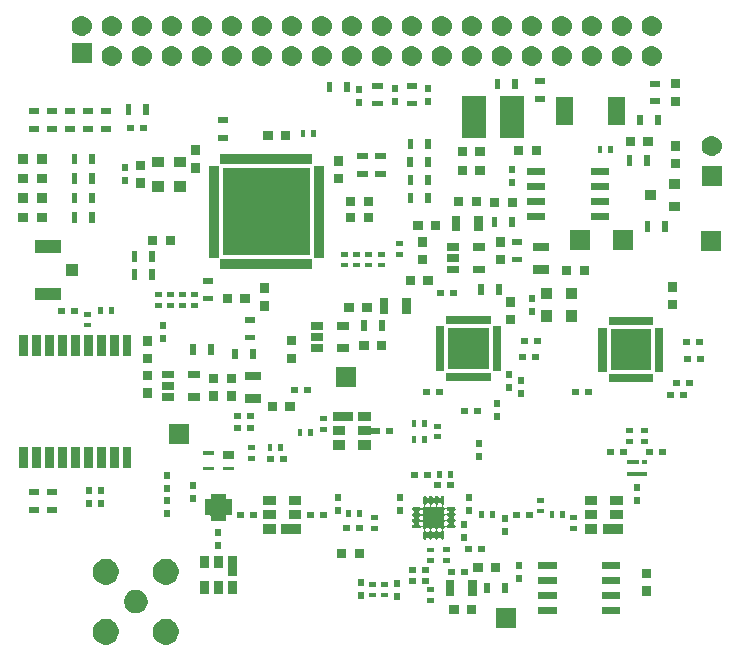
<source format=gbr>
%TF.GenerationSoftware,KiCad,Pcbnew,5.0.2-bee76a0~70~ubuntu18.04.1*%
%TF.CreationDate,2019-08-07T21:41:43+02:00*%
%TF.ProjectId,lohpi,6c6f6870-692e-46b6-9963-61645f706362,rev?*%
%TF.SameCoordinates,Original*%
%TF.FileFunction,Soldermask,Top*%
%TF.FilePolarity,Negative*%
%FSLAX46Y46*%
G04 Gerber Fmt 4.6, Leading zero omitted, Abs format (unit mm)*
G04 Created by KiCad (PCBNEW 5.0.2-bee76a0~70~ubuntu18.04.1) date Wed 07 Aug 2019 21:41:43 SAST*
%MOMM*%
%LPD*%
G01*
G04 APERTURE LIST*
%ADD10C,0.100000*%
G04 APERTURE END LIST*
D10*
G36*
X103825857Y-164677272D02*
X104026042Y-164760191D01*
X104206213Y-164880578D01*
X104359422Y-165033787D01*
X104479809Y-165213958D01*
X104562728Y-165414143D01*
X104605000Y-165626658D01*
X104605000Y-165843342D01*
X104562728Y-166055857D01*
X104479809Y-166256042D01*
X104359422Y-166436213D01*
X104206213Y-166589422D01*
X104026042Y-166709809D01*
X103825857Y-166792728D01*
X103613342Y-166835000D01*
X103396658Y-166835000D01*
X103184143Y-166792728D01*
X102983958Y-166709809D01*
X102803787Y-166589422D01*
X102650578Y-166436213D01*
X102530191Y-166256042D01*
X102447272Y-166055857D01*
X102405000Y-165843342D01*
X102405000Y-165626658D01*
X102447272Y-165414143D01*
X102530191Y-165213958D01*
X102650578Y-165033787D01*
X102803787Y-164880578D01*
X102983958Y-164760191D01*
X103184143Y-164677272D01*
X103396658Y-164635000D01*
X103613342Y-164635000D01*
X103825857Y-164677272D01*
X103825857Y-164677272D01*
G37*
G36*
X98745857Y-164677272D02*
X98946042Y-164760191D01*
X99126213Y-164880578D01*
X99279422Y-165033787D01*
X99399809Y-165213958D01*
X99482728Y-165414143D01*
X99525000Y-165626658D01*
X99525000Y-165843342D01*
X99482728Y-166055857D01*
X99399809Y-166256042D01*
X99279422Y-166436213D01*
X99126213Y-166589422D01*
X98946042Y-166709809D01*
X98745857Y-166792728D01*
X98533342Y-166835000D01*
X98316658Y-166835000D01*
X98104143Y-166792728D01*
X97903958Y-166709809D01*
X97723787Y-166589422D01*
X97570578Y-166436213D01*
X97450191Y-166256042D01*
X97367272Y-166055857D01*
X97325000Y-165843342D01*
X97325000Y-165626658D01*
X97367272Y-165414143D01*
X97450191Y-165213958D01*
X97570578Y-165033787D01*
X97723787Y-164880578D01*
X97903958Y-164760191D01*
X98104143Y-164677272D01*
X98316658Y-164635000D01*
X98533342Y-164635000D01*
X98745857Y-164677272D01*
X98745857Y-164677272D01*
G37*
G36*
X133184000Y-165442000D02*
X131484000Y-165442000D01*
X131484000Y-163742000D01*
X133184000Y-163742000D01*
X133184000Y-165442000D01*
X133184000Y-165442000D01*
G37*
G36*
X136585734Y-164267130D02*
X135035734Y-164267130D01*
X135035734Y-163667130D01*
X136585734Y-163667130D01*
X136585734Y-164267130D01*
X136585734Y-164267130D01*
G37*
G36*
X141985734Y-164267130D02*
X140435734Y-164267130D01*
X140435734Y-163667130D01*
X141985734Y-163667130D01*
X141985734Y-164267130D01*
X141985734Y-164267130D01*
G37*
G36*
X129801000Y-164205000D02*
X129001000Y-164205000D01*
X129001000Y-163455000D01*
X129801000Y-163455000D01*
X129801000Y-164205000D01*
X129801000Y-164205000D01*
G37*
G36*
X128301000Y-164205000D02*
X127501000Y-164205000D01*
X127501000Y-163455000D01*
X128301000Y-163455000D01*
X128301000Y-164205000D01*
X128301000Y-164205000D01*
G37*
G36*
X101140770Y-162210372D02*
X101256689Y-162233429D01*
X101438678Y-162308811D01*
X101602463Y-162418249D01*
X101741751Y-162557537D01*
X101851189Y-162721322D01*
X101926571Y-162903311D01*
X101965000Y-163096509D01*
X101965000Y-163293491D01*
X101926571Y-163486689D01*
X101851189Y-163668678D01*
X101741751Y-163832463D01*
X101602463Y-163971751D01*
X101438678Y-164081189D01*
X101256689Y-164156571D01*
X101140770Y-164179628D01*
X101063493Y-164195000D01*
X100866507Y-164195000D01*
X100789230Y-164179628D01*
X100673311Y-164156571D01*
X100491322Y-164081189D01*
X100327537Y-163971751D01*
X100188249Y-163832463D01*
X100078811Y-163668678D01*
X100003429Y-163486689D01*
X99965000Y-163293491D01*
X99965000Y-163096509D01*
X100003429Y-162903311D01*
X100078811Y-162721322D01*
X100188249Y-162557537D01*
X100327537Y-162418249D01*
X100491322Y-162308811D01*
X100673311Y-162233429D01*
X100789230Y-162210372D01*
X100866507Y-162195000D01*
X101063493Y-162195000D01*
X101140770Y-162210372D01*
X101140770Y-162210372D01*
G37*
G36*
X126233200Y-163279000D02*
X125633200Y-163279000D01*
X125633200Y-162879000D01*
X126233200Y-162879000D01*
X126233200Y-163279000D01*
X126233200Y-163279000D01*
G37*
G36*
X123313000Y-163029000D02*
X122813000Y-163029000D01*
X122813000Y-162429000D01*
X123313000Y-162429000D01*
X123313000Y-163029000D01*
X123313000Y-163029000D01*
G37*
G36*
X141985734Y-162997130D02*
X140435734Y-162997130D01*
X140435734Y-162397130D01*
X141985734Y-162397130D01*
X141985734Y-162997130D01*
X141985734Y-162997130D01*
G37*
G36*
X136585734Y-162997130D02*
X135035734Y-162997130D01*
X135035734Y-162397130D01*
X136585734Y-162397130D01*
X136585734Y-162997130D01*
X136585734Y-162997130D01*
G37*
G36*
X120265000Y-162944000D02*
X119765000Y-162944000D01*
X119765000Y-162344000D01*
X120265000Y-162344000D01*
X120265000Y-162944000D01*
X120265000Y-162944000D01*
G37*
G36*
X122347000Y-162829000D02*
X121747000Y-162829000D01*
X121747000Y-162429000D01*
X122347000Y-162429000D01*
X122347000Y-162829000D01*
X122347000Y-162829000D01*
G37*
G36*
X121331000Y-162829000D02*
X120731000Y-162829000D01*
X120731000Y-162429000D01*
X121331000Y-162429000D01*
X121331000Y-162829000D01*
X121331000Y-162829000D01*
G37*
G36*
X127924000Y-162702000D02*
X127224000Y-162702000D01*
X127224000Y-161402000D01*
X127924000Y-161402000D01*
X127924000Y-162702000D01*
X127924000Y-162702000D01*
G37*
G36*
X129824000Y-162702000D02*
X129124000Y-162702000D01*
X129124000Y-161402000D01*
X129824000Y-161402000D01*
X129824000Y-162702000D01*
X129824000Y-162702000D01*
G37*
G36*
X144600734Y-162692130D02*
X143850734Y-162692130D01*
X143850734Y-161892130D01*
X144600734Y-161892130D01*
X144600734Y-162692130D01*
X144600734Y-162692130D01*
G37*
G36*
X109545000Y-162509000D02*
X108735000Y-162509000D01*
X108735000Y-161459000D01*
X109545000Y-161459000D01*
X109545000Y-162509000D01*
X109545000Y-162509000D01*
G37*
G36*
X108355000Y-162509000D02*
X107545000Y-162509000D01*
X107545000Y-161459000D01*
X108355000Y-161459000D01*
X108355000Y-162509000D01*
X108355000Y-162509000D01*
G37*
G36*
X107165000Y-162509000D02*
X106355000Y-162509000D01*
X106355000Y-161459000D01*
X107165000Y-161459000D01*
X107165000Y-162509000D01*
X107165000Y-162509000D01*
G37*
G36*
X130945000Y-162502000D02*
X130445000Y-162502000D01*
X130445000Y-161602000D01*
X130945000Y-161602000D01*
X130945000Y-162502000D01*
X130945000Y-162502000D01*
G37*
G36*
X132445000Y-162502000D02*
X131945000Y-162502000D01*
X131945000Y-161602000D01*
X132445000Y-161602000D01*
X132445000Y-162502000D01*
X132445000Y-162502000D01*
G37*
G36*
X126233200Y-162379000D02*
X125633200Y-162379000D01*
X125633200Y-161979000D01*
X126233200Y-161979000D01*
X126233200Y-162379000D01*
X126233200Y-162379000D01*
G37*
G36*
X123313000Y-161929000D02*
X122813000Y-161929000D01*
X122813000Y-161329000D01*
X123313000Y-161329000D01*
X123313000Y-161929000D01*
X123313000Y-161929000D01*
G37*
G36*
X122347000Y-161929000D02*
X121747000Y-161929000D01*
X121747000Y-161529000D01*
X122347000Y-161529000D01*
X122347000Y-161929000D01*
X122347000Y-161929000D01*
G37*
G36*
X121331000Y-161929000D02*
X120731000Y-161929000D01*
X120731000Y-161529000D01*
X121331000Y-161529000D01*
X121331000Y-161929000D01*
X121331000Y-161929000D01*
G37*
G36*
X120265000Y-161844000D02*
X119765000Y-161844000D01*
X119765000Y-161244000D01*
X120265000Y-161244000D01*
X120265000Y-161844000D01*
X120265000Y-161844000D01*
G37*
G36*
X98745857Y-159597272D02*
X98946042Y-159680191D01*
X99126213Y-159800578D01*
X99279422Y-159953787D01*
X99399809Y-160133958D01*
X99482728Y-160334143D01*
X99525000Y-160546658D01*
X99525000Y-160763342D01*
X99482728Y-160975857D01*
X99399809Y-161176042D01*
X99399807Y-161176045D01*
X99297606Y-161329000D01*
X99279422Y-161356213D01*
X99126213Y-161509422D01*
X98946042Y-161629809D01*
X98745857Y-161712728D01*
X98533342Y-161755000D01*
X98316658Y-161755000D01*
X98104143Y-161712728D01*
X97903958Y-161629809D01*
X97723787Y-161509422D01*
X97570578Y-161356213D01*
X97552395Y-161329000D01*
X97450193Y-161176045D01*
X97450191Y-161176042D01*
X97367272Y-160975857D01*
X97325000Y-160763342D01*
X97325000Y-160546658D01*
X97367272Y-160334143D01*
X97450191Y-160133958D01*
X97570578Y-159953787D01*
X97723787Y-159800578D01*
X97903958Y-159680191D01*
X98104143Y-159597272D01*
X98316658Y-159555000D01*
X98533342Y-159555000D01*
X98745857Y-159597272D01*
X98745857Y-159597272D01*
G37*
G36*
X103825857Y-159597272D02*
X104026042Y-159680191D01*
X104206213Y-159800578D01*
X104359422Y-159953787D01*
X104479809Y-160133958D01*
X104562728Y-160334143D01*
X104605000Y-160546658D01*
X104605000Y-160763342D01*
X104562728Y-160975857D01*
X104479809Y-161176042D01*
X104479807Y-161176045D01*
X104377606Y-161329000D01*
X104359422Y-161356213D01*
X104206213Y-161509422D01*
X104026042Y-161629809D01*
X103825857Y-161712728D01*
X103613342Y-161755000D01*
X103396658Y-161755000D01*
X103184143Y-161712728D01*
X102983958Y-161629809D01*
X102803787Y-161509422D01*
X102650578Y-161356213D01*
X102632395Y-161329000D01*
X102530193Y-161176045D01*
X102530191Y-161176042D01*
X102447272Y-160975857D01*
X102405000Y-160763342D01*
X102405000Y-160546658D01*
X102447272Y-160334143D01*
X102530191Y-160133958D01*
X102650578Y-159953787D01*
X102803787Y-159800578D01*
X102983958Y-159680191D01*
X103184143Y-159597272D01*
X103396658Y-159555000D01*
X103613342Y-159555000D01*
X103825857Y-159597272D01*
X103825857Y-159597272D01*
G37*
G36*
X141985734Y-161727130D02*
X140435734Y-161727130D01*
X140435734Y-161127130D01*
X141985734Y-161127130D01*
X141985734Y-161727130D01*
X141985734Y-161727130D01*
G37*
G36*
X136585734Y-161727130D02*
X135035734Y-161727130D01*
X135035734Y-161127130D01*
X136585734Y-161127130D01*
X136585734Y-161727130D01*
X136585734Y-161727130D01*
G37*
G36*
X124718000Y-161667000D02*
X124118000Y-161667000D01*
X124118000Y-161167000D01*
X124718000Y-161167000D01*
X124718000Y-161667000D01*
X124718000Y-161667000D01*
G37*
G36*
X125818000Y-161667000D02*
X125218000Y-161667000D01*
X125218000Y-161167000D01*
X125818000Y-161167000D01*
X125818000Y-161667000D01*
X125818000Y-161667000D01*
G37*
G36*
X133680734Y-161503130D02*
X133180734Y-161503130D01*
X133180734Y-160903130D01*
X133680734Y-160903130D01*
X133680734Y-161503130D01*
X133680734Y-161503130D01*
G37*
G36*
X144600734Y-161192130D02*
X143850734Y-161192130D01*
X143850734Y-160392130D01*
X144600734Y-160392130D01*
X144600734Y-161192130D01*
X144600734Y-161192130D01*
G37*
G36*
X109545000Y-161009000D02*
X108735000Y-161009000D01*
X108735000Y-159309000D01*
X109545000Y-159309000D01*
X109545000Y-161009000D01*
X109545000Y-161009000D01*
G37*
G36*
X129078000Y-160905000D02*
X128478000Y-160905000D01*
X128478000Y-160405000D01*
X129078000Y-160405000D01*
X129078000Y-160905000D01*
X129078000Y-160905000D01*
G37*
G36*
X127978000Y-160905000D02*
X127378000Y-160905000D01*
X127378000Y-160405000D01*
X127978000Y-160405000D01*
X127978000Y-160905000D01*
X127978000Y-160905000D01*
G37*
G36*
X124718000Y-160778000D02*
X124118000Y-160778000D01*
X124118000Y-160278000D01*
X124718000Y-160278000D01*
X124718000Y-160778000D01*
X124718000Y-160778000D01*
G37*
G36*
X125818000Y-160778000D02*
X125218000Y-160778000D01*
X125218000Y-160278000D01*
X125818000Y-160278000D01*
X125818000Y-160778000D01*
X125818000Y-160778000D01*
G37*
G36*
X130333000Y-160649000D02*
X129533000Y-160649000D01*
X129533000Y-159899000D01*
X130333000Y-159899000D01*
X130333000Y-160649000D01*
X130333000Y-160649000D01*
G37*
G36*
X131833000Y-160649000D02*
X131033000Y-160649000D01*
X131033000Y-159899000D01*
X131833000Y-159899000D01*
X131833000Y-160649000D01*
X131833000Y-160649000D01*
G37*
G36*
X136585734Y-160457130D02*
X135035734Y-160457130D01*
X135035734Y-159857130D01*
X136585734Y-159857130D01*
X136585734Y-160457130D01*
X136585734Y-160457130D01*
G37*
G36*
X141985734Y-160457130D02*
X140435734Y-160457130D01*
X140435734Y-159857130D01*
X141985734Y-159857130D01*
X141985734Y-160457130D01*
X141985734Y-160457130D01*
G37*
G36*
X133680734Y-160403130D02*
X133180734Y-160403130D01*
X133180734Y-159803130D01*
X133680734Y-159803130D01*
X133680734Y-160403130D01*
X133680734Y-160403130D01*
G37*
G36*
X108355000Y-160359000D02*
X107545000Y-160359000D01*
X107545000Y-159309000D01*
X108355000Y-159309000D01*
X108355000Y-160359000D01*
X108355000Y-160359000D01*
G37*
G36*
X107165000Y-160359000D02*
X106355000Y-160359000D01*
X106355000Y-159309000D01*
X107165000Y-159309000D01*
X107165000Y-160359000D01*
X107165000Y-160359000D01*
G37*
G36*
X126233200Y-159926200D02*
X125633200Y-159926200D01*
X125633200Y-159526200D01*
X126233200Y-159526200D01*
X126233200Y-159926200D01*
X126233200Y-159926200D01*
G37*
G36*
X127554000Y-159908000D02*
X126954000Y-159908000D01*
X126954000Y-159508000D01*
X127554000Y-159508000D01*
X127554000Y-159908000D01*
X127554000Y-159908000D01*
G37*
G36*
X118776000Y-159506000D02*
X117976000Y-159506000D01*
X117976000Y-158756000D01*
X118776000Y-158756000D01*
X118776000Y-159506000D01*
X118776000Y-159506000D01*
G37*
G36*
X120276000Y-159506000D02*
X119476000Y-159506000D01*
X119476000Y-158756000D01*
X120276000Y-158756000D01*
X120276000Y-159506000D01*
X120276000Y-159506000D01*
G37*
G36*
X126233200Y-159026200D02*
X125633200Y-159026200D01*
X125633200Y-158626200D01*
X126233200Y-158626200D01*
X126233200Y-159026200D01*
X126233200Y-159026200D01*
G37*
G36*
X127554000Y-159008000D02*
X126954000Y-159008000D01*
X126954000Y-158608000D01*
X127554000Y-158608000D01*
X127554000Y-159008000D01*
X127554000Y-159008000D01*
G37*
G36*
X130517000Y-159000000D02*
X129917000Y-159000000D01*
X129917000Y-158500000D01*
X130517000Y-158500000D01*
X130517000Y-159000000D01*
X130517000Y-159000000D01*
G37*
G36*
X129417000Y-159000000D02*
X128817000Y-159000000D01*
X128817000Y-158500000D01*
X129417000Y-158500000D01*
X129417000Y-159000000D01*
X129417000Y-159000000D01*
G37*
G36*
X108200000Y-158711000D02*
X107700000Y-158711000D01*
X107700000Y-158111000D01*
X108200000Y-158111000D01*
X108200000Y-158711000D01*
X108200000Y-158711000D01*
G37*
G36*
X129028000Y-158076000D02*
X128528000Y-158076000D01*
X128528000Y-157476000D01*
X129028000Y-157476000D01*
X129028000Y-158076000D01*
X129028000Y-158076000D01*
G37*
G36*
X126959405Y-154240671D02*
X126987680Y-154249248D01*
X127013740Y-154263177D01*
X127036579Y-154281921D01*
X127055323Y-154304760D01*
X127069252Y-154330820D01*
X127077829Y-154359095D01*
X127080000Y-154381138D01*
X127080000Y-154845862D01*
X127077829Y-154867905D01*
X127069252Y-154896180D01*
X127055323Y-154922240D01*
X127036582Y-154945076D01*
X127036580Y-154945077D01*
X127036579Y-154945079D01*
X127029550Y-154950847D01*
X127010022Y-154966873D01*
X126992695Y-154984201D01*
X126979081Y-155004575D01*
X126969704Y-155027214D01*
X126964923Y-155051248D01*
X126964923Y-155075752D01*
X126969703Y-155099785D01*
X126979081Y-155122424D01*
X126992694Y-155142799D01*
X127010022Y-155160126D01*
X127030396Y-155173740D01*
X127053035Y-155183117D01*
X127077069Y-155187898D01*
X127080877Y-155188085D01*
X127082402Y-155203565D01*
X127089515Y-155227014D01*
X127101066Y-155248625D01*
X127116612Y-155267567D01*
X127135554Y-155283113D01*
X127157165Y-155294664D01*
X127180614Y-155301777D01*
X127205000Y-155304179D01*
X127229386Y-155301777D01*
X127252835Y-155294664D01*
X127274446Y-155283113D01*
X127293388Y-155267567D01*
X127301627Y-155258478D01*
X127318347Y-155238104D01*
X127323421Y-155231921D01*
X127323423Y-155231920D01*
X127323424Y-155231918D01*
X127346260Y-155213177D01*
X127372320Y-155199248D01*
X127400595Y-155190671D01*
X127422638Y-155188500D01*
X127887362Y-155188500D01*
X127909405Y-155190671D01*
X127937680Y-155199248D01*
X127963740Y-155213177D01*
X127986579Y-155231921D01*
X128005323Y-155254760D01*
X128019252Y-155280820D01*
X128027829Y-155309095D01*
X128030725Y-155338500D01*
X128027829Y-155367905D01*
X128019252Y-155396180D01*
X128005323Y-155422240D01*
X127986579Y-155445079D01*
X127963740Y-155463823D01*
X127936730Y-155478260D01*
X127916355Y-155491874D01*
X127899028Y-155509201D01*
X127885415Y-155529576D01*
X127876037Y-155552215D01*
X127871257Y-155576248D01*
X127871257Y-155600753D01*
X127876038Y-155624786D01*
X127885415Y-155647425D01*
X127899029Y-155667800D01*
X127916356Y-155685127D01*
X127936730Y-155698740D01*
X127963740Y-155713177D01*
X127986579Y-155731921D01*
X128005323Y-155754760D01*
X128019252Y-155780820D01*
X128027829Y-155809095D01*
X128030725Y-155838500D01*
X128027829Y-155867905D01*
X128019252Y-155896180D01*
X128005323Y-155922240D01*
X127986579Y-155945079D01*
X127963740Y-155963823D01*
X127936730Y-155978260D01*
X127916355Y-155991874D01*
X127899028Y-156009201D01*
X127885415Y-156029576D01*
X127876037Y-156052215D01*
X127871257Y-156076248D01*
X127871257Y-156100753D01*
X127876038Y-156124786D01*
X127885415Y-156147425D01*
X127899029Y-156167800D01*
X127916356Y-156185127D01*
X127936730Y-156198740D01*
X127963740Y-156213177D01*
X127986579Y-156231921D01*
X128005323Y-156254760D01*
X128019252Y-156280820D01*
X128027829Y-156309095D01*
X128030725Y-156338500D01*
X128027829Y-156367905D01*
X128019252Y-156396180D01*
X128005323Y-156422240D01*
X127986579Y-156445079D01*
X127963740Y-156463823D01*
X127936730Y-156478260D01*
X127916355Y-156491874D01*
X127899028Y-156509201D01*
X127885415Y-156529576D01*
X127876037Y-156552215D01*
X127871257Y-156576248D01*
X127871257Y-156600753D01*
X127876038Y-156624786D01*
X127885415Y-156647425D01*
X127899029Y-156667800D01*
X127916356Y-156685127D01*
X127936730Y-156698740D01*
X127963740Y-156713177D01*
X127986579Y-156731921D01*
X128005323Y-156754760D01*
X128019252Y-156780820D01*
X128027829Y-156809095D01*
X128030725Y-156838500D01*
X128027829Y-156867905D01*
X128019252Y-156896180D01*
X128005323Y-156922240D01*
X127986579Y-156945079D01*
X127963740Y-156963823D01*
X127937680Y-156977752D01*
X127909405Y-156986329D01*
X127887362Y-156988500D01*
X127422638Y-156988500D01*
X127400595Y-156986329D01*
X127372320Y-156977752D01*
X127346260Y-156963823D01*
X127323424Y-156945082D01*
X127323423Y-156945080D01*
X127323421Y-156945079D01*
X127309713Y-156928375D01*
X127301627Y-156918522D01*
X127284299Y-156901195D01*
X127263925Y-156887581D01*
X127241286Y-156878204D01*
X127217252Y-156873423D01*
X127192748Y-156873423D01*
X127168715Y-156878203D01*
X127146076Y-156887581D01*
X127125701Y-156901194D01*
X127108374Y-156918522D01*
X127094760Y-156938896D01*
X127085383Y-156961535D01*
X127080602Y-156985569D01*
X127080415Y-156989377D01*
X127064935Y-156990902D01*
X127041486Y-156998015D01*
X127019875Y-157009566D01*
X127000933Y-157025112D01*
X126985387Y-157044054D01*
X126973836Y-157065665D01*
X126966723Y-157089114D01*
X126964321Y-157113500D01*
X126966723Y-157137886D01*
X126973836Y-157161335D01*
X126985387Y-157182946D01*
X127000933Y-157201888D01*
X127010022Y-157210127D01*
X127013738Y-157213177D01*
X127036579Y-157231921D01*
X127036580Y-157231923D01*
X127036582Y-157231924D01*
X127055323Y-157254760D01*
X127069252Y-157280820D01*
X127077829Y-157309095D01*
X127080000Y-157331138D01*
X127080000Y-157795862D01*
X127077829Y-157817905D01*
X127069252Y-157846180D01*
X127055323Y-157872240D01*
X127036579Y-157895079D01*
X127013739Y-157913824D01*
X126987682Y-157927751D01*
X126959404Y-157936329D01*
X126930000Y-157939225D01*
X126900595Y-157936329D01*
X126872320Y-157927752D01*
X126872318Y-157927751D01*
X126846260Y-157913823D01*
X126823421Y-157895079D01*
X126804677Y-157872240D01*
X126790240Y-157845230D01*
X126776626Y-157824855D01*
X126759299Y-157807528D01*
X126738924Y-157793915D01*
X126716285Y-157784537D01*
X126692252Y-157779757D01*
X126667747Y-157779757D01*
X126643714Y-157784538D01*
X126621075Y-157793915D01*
X126600700Y-157807529D01*
X126583373Y-157824856D01*
X126569760Y-157845230D01*
X126555323Y-157872240D01*
X126536579Y-157895079D01*
X126513739Y-157913824D01*
X126487682Y-157927751D01*
X126459404Y-157936329D01*
X126430000Y-157939225D01*
X126400595Y-157936329D01*
X126372320Y-157927752D01*
X126372318Y-157927751D01*
X126346260Y-157913823D01*
X126323421Y-157895079D01*
X126304677Y-157872240D01*
X126290240Y-157845230D01*
X126276626Y-157824855D01*
X126259299Y-157807528D01*
X126238924Y-157793915D01*
X126216285Y-157784537D01*
X126192252Y-157779757D01*
X126167747Y-157779757D01*
X126143714Y-157784538D01*
X126121075Y-157793915D01*
X126100700Y-157807529D01*
X126083373Y-157824856D01*
X126069760Y-157845230D01*
X126055323Y-157872240D01*
X126036579Y-157895079D01*
X126013739Y-157913824D01*
X125987682Y-157927751D01*
X125987679Y-157927752D01*
X125959404Y-157936329D01*
X125930000Y-157939225D01*
X125900595Y-157936329D01*
X125872320Y-157927752D01*
X125846260Y-157913823D01*
X125823421Y-157895079D01*
X125804677Y-157872240D01*
X125790240Y-157845230D01*
X125776626Y-157824855D01*
X125759299Y-157807528D01*
X125738924Y-157793915D01*
X125716285Y-157784537D01*
X125692252Y-157779757D01*
X125667747Y-157779757D01*
X125643714Y-157784538D01*
X125621075Y-157793915D01*
X125600700Y-157807529D01*
X125583373Y-157824856D01*
X125569760Y-157845230D01*
X125555323Y-157872240D01*
X125536579Y-157895079D01*
X125513739Y-157913824D01*
X125487682Y-157927751D01*
X125487679Y-157927752D01*
X125459404Y-157936329D01*
X125430000Y-157939225D01*
X125400595Y-157936329D01*
X125372320Y-157927752D01*
X125346260Y-157913823D01*
X125323421Y-157895079D01*
X125304676Y-157872239D01*
X125290749Y-157846182D01*
X125282171Y-157817904D01*
X125280000Y-157795861D01*
X125280000Y-157331143D01*
X125282172Y-157309095D01*
X125290749Y-157280820D01*
X125304678Y-157254760D01*
X125323419Y-157231924D01*
X125323421Y-157231923D01*
X125323422Y-157231921D01*
X125346263Y-157213177D01*
X125349979Y-157210127D01*
X125367306Y-157192799D01*
X125380920Y-157172425D01*
X125390297Y-157149786D01*
X125395078Y-157125752D01*
X125395078Y-157113500D01*
X125464321Y-157113500D01*
X125466723Y-157137886D01*
X125473836Y-157161335D01*
X125485387Y-157182946D01*
X125500933Y-157201888D01*
X125510022Y-157210127D01*
X125513738Y-157213177D01*
X125536579Y-157231921D01*
X125536580Y-157231923D01*
X125536582Y-157231924D01*
X125555324Y-157254762D01*
X125569762Y-157281772D01*
X125583376Y-157302146D01*
X125600703Y-157319473D01*
X125621078Y-157333087D01*
X125643717Y-157342464D01*
X125667751Y-157347244D01*
X125692255Y-157347244D01*
X125716288Y-157342463D01*
X125738927Y-157333085D01*
X125759301Y-157319471D01*
X125776628Y-157302144D01*
X125790242Y-157281770D01*
X125790748Y-157280823D01*
X125790749Y-157280820D01*
X125804678Y-157254762D01*
X125804680Y-157254758D01*
X125823419Y-157231924D01*
X125823421Y-157231923D01*
X125823422Y-157231921D01*
X125846263Y-157213177D01*
X125849979Y-157210127D01*
X125867306Y-157192799D01*
X125880920Y-157172425D01*
X125890297Y-157149786D01*
X125895078Y-157125752D01*
X125895078Y-157113500D01*
X125964321Y-157113500D01*
X125966723Y-157137886D01*
X125973836Y-157161335D01*
X125985387Y-157182946D01*
X126000933Y-157201888D01*
X126010022Y-157210127D01*
X126013738Y-157213177D01*
X126036579Y-157231921D01*
X126036580Y-157231923D01*
X126036582Y-157231924D01*
X126055324Y-157254762D01*
X126069762Y-157281772D01*
X126083376Y-157302146D01*
X126100703Y-157319473D01*
X126121078Y-157333087D01*
X126143717Y-157342464D01*
X126167751Y-157347244D01*
X126192255Y-157347244D01*
X126216288Y-157342463D01*
X126238927Y-157333085D01*
X126259301Y-157319471D01*
X126276628Y-157302144D01*
X126290242Y-157281770D01*
X126290748Y-157280823D01*
X126290749Y-157280820D01*
X126304678Y-157254762D01*
X126304680Y-157254758D01*
X126323419Y-157231924D01*
X126323421Y-157231923D01*
X126323422Y-157231921D01*
X126346263Y-157213177D01*
X126349979Y-157210127D01*
X126367306Y-157192799D01*
X126380920Y-157172425D01*
X126390297Y-157149786D01*
X126395078Y-157125752D01*
X126395078Y-157113500D01*
X126464321Y-157113500D01*
X126466723Y-157137886D01*
X126473836Y-157161335D01*
X126485387Y-157182946D01*
X126500933Y-157201888D01*
X126510022Y-157210127D01*
X126513738Y-157213177D01*
X126536579Y-157231921D01*
X126536580Y-157231923D01*
X126536582Y-157231924D01*
X126555324Y-157254762D01*
X126569762Y-157281772D01*
X126583376Y-157302146D01*
X126600703Y-157319473D01*
X126621078Y-157333087D01*
X126643717Y-157342464D01*
X126667751Y-157347244D01*
X126692255Y-157347244D01*
X126716288Y-157342463D01*
X126738927Y-157333085D01*
X126759301Y-157319471D01*
X126776628Y-157302144D01*
X126790242Y-157281770D01*
X126790748Y-157280823D01*
X126790749Y-157280820D01*
X126804678Y-157254762D01*
X126804680Y-157254758D01*
X126823419Y-157231924D01*
X126823421Y-157231923D01*
X126823422Y-157231921D01*
X126846263Y-157213177D01*
X126849979Y-157210127D01*
X126867306Y-157192799D01*
X126880920Y-157172425D01*
X126890297Y-157149786D01*
X126895078Y-157125752D01*
X126895078Y-157101248D01*
X126890298Y-157077215D01*
X126880920Y-157054576D01*
X126867307Y-157034201D01*
X126849979Y-157016874D01*
X126829605Y-157003260D01*
X126806966Y-156993883D01*
X126782932Y-156989102D01*
X126770680Y-156988500D01*
X126589321Y-156988500D01*
X126564935Y-156990902D01*
X126541486Y-156998015D01*
X126519875Y-157009566D01*
X126500933Y-157025112D01*
X126485387Y-157044054D01*
X126473836Y-157065665D01*
X126466723Y-157089114D01*
X126464321Y-157113500D01*
X126395078Y-157113500D01*
X126395078Y-157101248D01*
X126390298Y-157077215D01*
X126380920Y-157054576D01*
X126367307Y-157034201D01*
X126349979Y-157016874D01*
X126329605Y-157003260D01*
X126306966Y-156993883D01*
X126282932Y-156989102D01*
X126270680Y-156988500D01*
X126089321Y-156988500D01*
X126064935Y-156990902D01*
X126041486Y-156998015D01*
X126019875Y-157009566D01*
X126000933Y-157025112D01*
X125985387Y-157044054D01*
X125973836Y-157065665D01*
X125966723Y-157089114D01*
X125964321Y-157113500D01*
X125895078Y-157113500D01*
X125895078Y-157101248D01*
X125890298Y-157077215D01*
X125880920Y-157054576D01*
X125867307Y-157034201D01*
X125849979Y-157016874D01*
X125829605Y-157003260D01*
X125806966Y-156993883D01*
X125782932Y-156989102D01*
X125770680Y-156988500D01*
X125589321Y-156988500D01*
X125564935Y-156990902D01*
X125541486Y-156998015D01*
X125519875Y-157009566D01*
X125500933Y-157025112D01*
X125485387Y-157044054D01*
X125473836Y-157065665D01*
X125466723Y-157089114D01*
X125464321Y-157113500D01*
X125395078Y-157113500D01*
X125395078Y-157101248D01*
X125390298Y-157077215D01*
X125380920Y-157054576D01*
X125367307Y-157034201D01*
X125349979Y-157016874D01*
X125329605Y-157003260D01*
X125306966Y-156993883D01*
X125282932Y-156989102D01*
X125279123Y-156988915D01*
X125277598Y-156973435D01*
X125270485Y-156949986D01*
X125258934Y-156928375D01*
X125243388Y-156909433D01*
X125224446Y-156893887D01*
X125202835Y-156882336D01*
X125179386Y-156875223D01*
X125155000Y-156872821D01*
X125130614Y-156875223D01*
X125107165Y-156882336D01*
X125085554Y-156893887D01*
X125066612Y-156909433D01*
X125058373Y-156918522D01*
X125050287Y-156928375D01*
X125036579Y-156945079D01*
X125036577Y-156945080D01*
X125036576Y-156945082D01*
X125013740Y-156963823D01*
X124987680Y-156977752D01*
X124959405Y-156986329D01*
X124937362Y-156988500D01*
X124472638Y-156988500D01*
X124450595Y-156986329D01*
X124422320Y-156977752D01*
X124396260Y-156963823D01*
X124373421Y-156945079D01*
X124354677Y-156922240D01*
X124340748Y-156896180D01*
X124332171Y-156867905D01*
X124329275Y-156838500D01*
X124332171Y-156809095D01*
X124340748Y-156780820D01*
X124354677Y-156754760D01*
X124373421Y-156731921D01*
X124396260Y-156713177D01*
X124423270Y-156698740D01*
X124443645Y-156685126D01*
X124460972Y-156667799D01*
X124474585Y-156647424D01*
X124483963Y-156624785D01*
X124488743Y-156600752D01*
X124488743Y-156576248D01*
X124921257Y-156576248D01*
X124921257Y-156600753D01*
X124926038Y-156624786D01*
X124935415Y-156647425D01*
X124949029Y-156667800D01*
X124966356Y-156685127D01*
X124986730Y-156698740D01*
X125013740Y-156713177D01*
X125036576Y-156731918D01*
X125036577Y-156731920D01*
X125036579Y-156731921D01*
X125041653Y-156738104D01*
X125058373Y-156758478D01*
X125075701Y-156775805D01*
X125096075Y-156789419D01*
X125118714Y-156798796D01*
X125142748Y-156803577D01*
X125167252Y-156803577D01*
X125191285Y-156798797D01*
X125213924Y-156789419D01*
X125234299Y-156775806D01*
X125251626Y-156758478D01*
X125265240Y-156738104D01*
X125274617Y-156715465D01*
X125279398Y-156691431D01*
X125280000Y-156679179D01*
X125280000Y-156497821D01*
X127080000Y-156497821D01*
X127080000Y-156679179D01*
X127082402Y-156703565D01*
X127089515Y-156727014D01*
X127101066Y-156748625D01*
X127116612Y-156767567D01*
X127135554Y-156783113D01*
X127157165Y-156794664D01*
X127180614Y-156801777D01*
X127205000Y-156804179D01*
X127229386Y-156801777D01*
X127252835Y-156794664D01*
X127274446Y-156783113D01*
X127293388Y-156767567D01*
X127301627Y-156758478D01*
X127318347Y-156738104D01*
X127323421Y-156731921D01*
X127323423Y-156731920D01*
X127323424Y-156731918D01*
X127346260Y-156713177D01*
X127373270Y-156698740D01*
X127393645Y-156685126D01*
X127410972Y-156667799D01*
X127424585Y-156647424D01*
X127433963Y-156624785D01*
X127438743Y-156600752D01*
X127438743Y-156576247D01*
X127433962Y-156552214D01*
X127424585Y-156529575D01*
X127410971Y-156509200D01*
X127393644Y-156491873D01*
X127373270Y-156478260D01*
X127346260Y-156463823D01*
X127323424Y-156445082D01*
X127323423Y-156445080D01*
X127323421Y-156445079D01*
X127309713Y-156428375D01*
X127301627Y-156418522D01*
X127284299Y-156401195D01*
X127263925Y-156387581D01*
X127241286Y-156378204D01*
X127217252Y-156373423D01*
X127192748Y-156373423D01*
X127168715Y-156378203D01*
X127146076Y-156387581D01*
X127125701Y-156401194D01*
X127108374Y-156418522D01*
X127094760Y-156438896D01*
X127085383Y-156461535D01*
X127080602Y-156485569D01*
X127080000Y-156497821D01*
X125280000Y-156497821D01*
X125277598Y-156473435D01*
X125270485Y-156449986D01*
X125258934Y-156428375D01*
X125243388Y-156409433D01*
X125224446Y-156393887D01*
X125202835Y-156382336D01*
X125179386Y-156375223D01*
X125155000Y-156372821D01*
X125130614Y-156375223D01*
X125107165Y-156382336D01*
X125085554Y-156393887D01*
X125066612Y-156409433D01*
X125058373Y-156418522D01*
X125050287Y-156428375D01*
X125036579Y-156445079D01*
X125036577Y-156445080D01*
X125036576Y-156445082D01*
X125013740Y-156463823D01*
X124986730Y-156478260D01*
X124966355Y-156491874D01*
X124949028Y-156509201D01*
X124935415Y-156529576D01*
X124926037Y-156552215D01*
X124921257Y-156576248D01*
X124488743Y-156576248D01*
X124488743Y-156576247D01*
X124483962Y-156552214D01*
X124474585Y-156529575D01*
X124460971Y-156509200D01*
X124443644Y-156491873D01*
X124423270Y-156478260D01*
X124396260Y-156463823D01*
X124373421Y-156445079D01*
X124354677Y-156422240D01*
X124340748Y-156396180D01*
X124332171Y-156367905D01*
X124329275Y-156338500D01*
X124332171Y-156309095D01*
X124340748Y-156280820D01*
X124354677Y-156254760D01*
X124373421Y-156231921D01*
X124396260Y-156213177D01*
X124423270Y-156198740D01*
X124443645Y-156185126D01*
X124460972Y-156167799D01*
X124474585Y-156147424D01*
X124483963Y-156124785D01*
X124488743Y-156100752D01*
X124488743Y-156076248D01*
X124921257Y-156076248D01*
X124921257Y-156100753D01*
X124926038Y-156124786D01*
X124935415Y-156147425D01*
X124949029Y-156167800D01*
X124966356Y-156185127D01*
X124986730Y-156198740D01*
X125013740Y-156213177D01*
X125036576Y-156231918D01*
X125036577Y-156231920D01*
X125036579Y-156231921D01*
X125038285Y-156234000D01*
X125058373Y-156258478D01*
X125075701Y-156275805D01*
X125096075Y-156289419D01*
X125118714Y-156298796D01*
X125142748Y-156303577D01*
X125167252Y-156303577D01*
X125191285Y-156298797D01*
X125213924Y-156289419D01*
X125234299Y-156275806D01*
X125251626Y-156258478D01*
X125265240Y-156238104D01*
X125274617Y-156215465D01*
X125279398Y-156191431D01*
X125280000Y-156179179D01*
X125280000Y-155997821D01*
X127080000Y-155997821D01*
X127080000Y-156179179D01*
X127082402Y-156203565D01*
X127089515Y-156227014D01*
X127101066Y-156248625D01*
X127116612Y-156267567D01*
X127135554Y-156283113D01*
X127157165Y-156294664D01*
X127180614Y-156301777D01*
X127205000Y-156304179D01*
X127229386Y-156301777D01*
X127252835Y-156294664D01*
X127274446Y-156283113D01*
X127293388Y-156267567D01*
X127301627Y-156258478D01*
X127321715Y-156234000D01*
X127323421Y-156231921D01*
X127323423Y-156231920D01*
X127323424Y-156231918D01*
X127346260Y-156213177D01*
X127373270Y-156198740D01*
X127393645Y-156185126D01*
X127410972Y-156167799D01*
X127424585Y-156147424D01*
X127433963Y-156124785D01*
X127438743Y-156100752D01*
X127438743Y-156076247D01*
X127433962Y-156052214D01*
X127424585Y-156029575D01*
X127410971Y-156009200D01*
X127393644Y-155991873D01*
X127373270Y-155978260D01*
X127346260Y-155963823D01*
X127323424Y-155945082D01*
X127323423Y-155945080D01*
X127323421Y-155945079D01*
X127309713Y-155928375D01*
X127301627Y-155918522D01*
X127284299Y-155901195D01*
X127263925Y-155887581D01*
X127241286Y-155878204D01*
X127217252Y-155873423D01*
X127192748Y-155873423D01*
X127168715Y-155878203D01*
X127146076Y-155887581D01*
X127125701Y-155901194D01*
X127108374Y-155918522D01*
X127094760Y-155938896D01*
X127085383Y-155961535D01*
X127080602Y-155985569D01*
X127080000Y-155997821D01*
X125280000Y-155997821D01*
X125277598Y-155973435D01*
X125270485Y-155949986D01*
X125258934Y-155928375D01*
X125243388Y-155909433D01*
X125224446Y-155893887D01*
X125202835Y-155882336D01*
X125179386Y-155875223D01*
X125155000Y-155872821D01*
X125130614Y-155875223D01*
X125107165Y-155882336D01*
X125085554Y-155893887D01*
X125066612Y-155909433D01*
X125058373Y-155918522D01*
X125050287Y-155928375D01*
X125036579Y-155945079D01*
X125036577Y-155945080D01*
X125036576Y-155945082D01*
X125013740Y-155963823D01*
X124986730Y-155978260D01*
X124966355Y-155991874D01*
X124949028Y-156009201D01*
X124935415Y-156029576D01*
X124926037Y-156052215D01*
X124921257Y-156076248D01*
X124488743Y-156076248D01*
X124488743Y-156076247D01*
X124483962Y-156052214D01*
X124474585Y-156029575D01*
X124460971Y-156009200D01*
X124443644Y-155991873D01*
X124423270Y-155978260D01*
X124396260Y-155963823D01*
X124373421Y-155945079D01*
X124354677Y-155922240D01*
X124340748Y-155896180D01*
X124332171Y-155867905D01*
X124329275Y-155838500D01*
X124332171Y-155809095D01*
X124340748Y-155780820D01*
X124354677Y-155754760D01*
X124373421Y-155731921D01*
X124396260Y-155713177D01*
X124423270Y-155698740D01*
X124443645Y-155685126D01*
X124460972Y-155667799D01*
X124474585Y-155647424D01*
X124483963Y-155624785D01*
X124488743Y-155600752D01*
X124488743Y-155576248D01*
X124921257Y-155576248D01*
X124921257Y-155600753D01*
X124926038Y-155624786D01*
X124935415Y-155647425D01*
X124949029Y-155667800D01*
X124966356Y-155685127D01*
X124986730Y-155698740D01*
X125013740Y-155713177D01*
X125036576Y-155731918D01*
X125036577Y-155731920D01*
X125036579Y-155731921D01*
X125041653Y-155738104D01*
X125058373Y-155758478D01*
X125075701Y-155775805D01*
X125096075Y-155789419D01*
X125118714Y-155798796D01*
X125142748Y-155803577D01*
X125167252Y-155803577D01*
X125191285Y-155798797D01*
X125213924Y-155789419D01*
X125234299Y-155775806D01*
X125251626Y-155758478D01*
X125265240Y-155738104D01*
X125274617Y-155715465D01*
X125279398Y-155691431D01*
X125280000Y-155679179D01*
X125280000Y-155497821D01*
X127080000Y-155497821D01*
X127080000Y-155679179D01*
X127082402Y-155703565D01*
X127089515Y-155727014D01*
X127101066Y-155748625D01*
X127116612Y-155767567D01*
X127135554Y-155783113D01*
X127157165Y-155794664D01*
X127180614Y-155801777D01*
X127205000Y-155804179D01*
X127229386Y-155801777D01*
X127252835Y-155794664D01*
X127274446Y-155783113D01*
X127293388Y-155767567D01*
X127301627Y-155758478D01*
X127318347Y-155738104D01*
X127323421Y-155731921D01*
X127323423Y-155731920D01*
X127323424Y-155731918D01*
X127346260Y-155713177D01*
X127373270Y-155698740D01*
X127393645Y-155685126D01*
X127410972Y-155667799D01*
X127424585Y-155647424D01*
X127433963Y-155624785D01*
X127438743Y-155600752D01*
X127438743Y-155576247D01*
X127433962Y-155552214D01*
X127424585Y-155529575D01*
X127410971Y-155509200D01*
X127393644Y-155491873D01*
X127373270Y-155478260D01*
X127346260Y-155463823D01*
X127323424Y-155445082D01*
X127323423Y-155445080D01*
X127323421Y-155445079D01*
X127306123Y-155424000D01*
X127301627Y-155418522D01*
X127284299Y-155401195D01*
X127263925Y-155387581D01*
X127241286Y-155378204D01*
X127217252Y-155373423D01*
X127192748Y-155373423D01*
X127168715Y-155378203D01*
X127146076Y-155387581D01*
X127125701Y-155401194D01*
X127108374Y-155418522D01*
X127094760Y-155438896D01*
X127085383Y-155461535D01*
X127080602Y-155485569D01*
X127080000Y-155497821D01*
X125280000Y-155497821D01*
X125277598Y-155473435D01*
X125270485Y-155449986D01*
X125258934Y-155428375D01*
X125243388Y-155409433D01*
X125224446Y-155393887D01*
X125202835Y-155382336D01*
X125179386Y-155375223D01*
X125155000Y-155372821D01*
X125130614Y-155375223D01*
X125107165Y-155382336D01*
X125085554Y-155393887D01*
X125066612Y-155409433D01*
X125058373Y-155418522D01*
X125053877Y-155424000D01*
X125036579Y-155445079D01*
X125036577Y-155445080D01*
X125036576Y-155445082D01*
X125013740Y-155463823D01*
X124986730Y-155478260D01*
X124966355Y-155491874D01*
X124949028Y-155509201D01*
X124935415Y-155529576D01*
X124926037Y-155552215D01*
X124921257Y-155576248D01*
X124488743Y-155576248D01*
X124488743Y-155576247D01*
X124483962Y-155552214D01*
X124474585Y-155529575D01*
X124460971Y-155509200D01*
X124443644Y-155491873D01*
X124423270Y-155478260D01*
X124396260Y-155463823D01*
X124373421Y-155445079D01*
X124354677Y-155422240D01*
X124340748Y-155396180D01*
X124332171Y-155367905D01*
X124329275Y-155338500D01*
X124332171Y-155309095D01*
X124340748Y-155280820D01*
X124354677Y-155254760D01*
X124373421Y-155231921D01*
X124396260Y-155213177D01*
X124422320Y-155199248D01*
X124450595Y-155190671D01*
X124472638Y-155188500D01*
X124937362Y-155188500D01*
X124959405Y-155190671D01*
X124987680Y-155199248D01*
X125013740Y-155213177D01*
X125036576Y-155231918D01*
X125036577Y-155231920D01*
X125036579Y-155231921D01*
X125041653Y-155238104D01*
X125058373Y-155258478D01*
X125075701Y-155275805D01*
X125096075Y-155289419D01*
X125118714Y-155298796D01*
X125142748Y-155303577D01*
X125167252Y-155303577D01*
X125191285Y-155298797D01*
X125213924Y-155289419D01*
X125234299Y-155275806D01*
X125251626Y-155258478D01*
X125265240Y-155238104D01*
X125274617Y-155215465D01*
X125279398Y-155191431D01*
X125279585Y-155187623D01*
X125295065Y-155186098D01*
X125318514Y-155178985D01*
X125340125Y-155167434D01*
X125359067Y-155151888D01*
X125374613Y-155132946D01*
X125386164Y-155111335D01*
X125393277Y-155087886D01*
X125395679Y-155063500D01*
X125394473Y-155051248D01*
X125464923Y-155051248D01*
X125464923Y-155075752D01*
X125469703Y-155099785D01*
X125479081Y-155122424D01*
X125492694Y-155142799D01*
X125510022Y-155160126D01*
X125530396Y-155173740D01*
X125553035Y-155183117D01*
X125577069Y-155187898D01*
X125589321Y-155188500D01*
X125770679Y-155188500D01*
X125795065Y-155186098D01*
X125818514Y-155178985D01*
X125840125Y-155167434D01*
X125859067Y-155151888D01*
X125874613Y-155132946D01*
X125886164Y-155111335D01*
X125893277Y-155087886D01*
X125895679Y-155063500D01*
X125894473Y-155051248D01*
X125964923Y-155051248D01*
X125964923Y-155075752D01*
X125969703Y-155099785D01*
X125979081Y-155122424D01*
X125992694Y-155142799D01*
X126010022Y-155160126D01*
X126030396Y-155173740D01*
X126053035Y-155183117D01*
X126077069Y-155187898D01*
X126089321Y-155188500D01*
X126270679Y-155188500D01*
X126295065Y-155186098D01*
X126318514Y-155178985D01*
X126340125Y-155167434D01*
X126359067Y-155151888D01*
X126374613Y-155132946D01*
X126386164Y-155111335D01*
X126393277Y-155087886D01*
X126395679Y-155063500D01*
X126394473Y-155051248D01*
X126464923Y-155051248D01*
X126464923Y-155075752D01*
X126469703Y-155099785D01*
X126479081Y-155122424D01*
X126492694Y-155142799D01*
X126510022Y-155160126D01*
X126530396Y-155173740D01*
X126553035Y-155183117D01*
X126577069Y-155187898D01*
X126589321Y-155188500D01*
X126770679Y-155188500D01*
X126795065Y-155186098D01*
X126818514Y-155178985D01*
X126840125Y-155167434D01*
X126859067Y-155151888D01*
X126874613Y-155132946D01*
X126886164Y-155111335D01*
X126893277Y-155087886D01*
X126895679Y-155063500D01*
X126893277Y-155039114D01*
X126886164Y-155015665D01*
X126874613Y-154994054D01*
X126859067Y-154975112D01*
X126849978Y-154966873D01*
X126836668Y-154955950D01*
X126823421Y-154945079D01*
X126823420Y-154945077D01*
X126823418Y-154945076D01*
X126804677Y-154922240D01*
X126790240Y-154895230D01*
X126776626Y-154874855D01*
X126759299Y-154857528D01*
X126738924Y-154843915D01*
X126716285Y-154834537D01*
X126692252Y-154829757D01*
X126667747Y-154829757D01*
X126643714Y-154834538D01*
X126621075Y-154843915D01*
X126600700Y-154857529D01*
X126583373Y-154874856D01*
X126569760Y-154895230D01*
X126555323Y-154922240D01*
X126536582Y-154945076D01*
X126536580Y-154945077D01*
X126536579Y-154945079D01*
X126529550Y-154950847D01*
X126510022Y-154966873D01*
X126492695Y-154984201D01*
X126479081Y-155004575D01*
X126469704Y-155027214D01*
X126464923Y-155051248D01*
X126394473Y-155051248D01*
X126393277Y-155039114D01*
X126386164Y-155015665D01*
X126374613Y-154994054D01*
X126359067Y-154975112D01*
X126349978Y-154966873D01*
X126336668Y-154955950D01*
X126323421Y-154945079D01*
X126323420Y-154945077D01*
X126323418Y-154945076D01*
X126304677Y-154922240D01*
X126290240Y-154895230D01*
X126276626Y-154874855D01*
X126259299Y-154857528D01*
X126238924Y-154843915D01*
X126216285Y-154834537D01*
X126192252Y-154829757D01*
X126167747Y-154829757D01*
X126143714Y-154834538D01*
X126121075Y-154843915D01*
X126100700Y-154857529D01*
X126083373Y-154874856D01*
X126069760Y-154895230D01*
X126055323Y-154922240D01*
X126036582Y-154945076D01*
X126036580Y-154945077D01*
X126036579Y-154945079D01*
X126029550Y-154950847D01*
X126010022Y-154966873D01*
X125992695Y-154984201D01*
X125979081Y-155004575D01*
X125969704Y-155027214D01*
X125964923Y-155051248D01*
X125894473Y-155051248D01*
X125893277Y-155039114D01*
X125886164Y-155015665D01*
X125874613Y-154994054D01*
X125859067Y-154975112D01*
X125849978Y-154966873D01*
X125836668Y-154955950D01*
X125823421Y-154945079D01*
X125823420Y-154945077D01*
X125823418Y-154945076D01*
X125804677Y-154922240D01*
X125790240Y-154895230D01*
X125776626Y-154874855D01*
X125759299Y-154857528D01*
X125738924Y-154843915D01*
X125716285Y-154834537D01*
X125692252Y-154829757D01*
X125667747Y-154829757D01*
X125643714Y-154834538D01*
X125621075Y-154843915D01*
X125600700Y-154857529D01*
X125583373Y-154874856D01*
X125569760Y-154895230D01*
X125555323Y-154922240D01*
X125536582Y-154945076D01*
X125536580Y-154945077D01*
X125536579Y-154945079D01*
X125529550Y-154950847D01*
X125510022Y-154966873D01*
X125492695Y-154984201D01*
X125479081Y-155004575D01*
X125469704Y-155027214D01*
X125464923Y-155051248D01*
X125394473Y-155051248D01*
X125393277Y-155039114D01*
X125386164Y-155015665D01*
X125374613Y-154994054D01*
X125359067Y-154975112D01*
X125349978Y-154966873D01*
X125336668Y-154955950D01*
X125323421Y-154945079D01*
X125323420Y-154945077D01*
X125323418Y-154945076D01*
X125304676Y-154922239D01*
X125290749Y-154896182D01*
X125282171Y-154867904D01*
X125280000Y-154845861D01*
X125280000Y-154381143D01*
X125282172Y-154359095D01*
X125290749Y-154330820D01*
X125304678Y-154304760D01*
X125323422Y-154281921D01*
X125346261Y-154263177D01*
X125372321Y-154249248D01*
X125400596Y-154240671D01*
X125430000Y-154237775D01*
X125459405Y-154240671D01*
X125487680Y-154249248D01*
X125513740Y-154263177D01*
X125536579Y-154281921D01*
X125555324Y-154304762D01*
X125569762Y-154331772D01*
X125583376Y-154352146D01*
X125600703Y-154369473D01*
X125621078Y-154383087D01*
X125643717Y-154392464D01*
X125667751Y-154397244D01*
X125692255Y-154397244D01*
X125716288Y-154392463D01*
X125738927Y-154383085D01*
X125759301Y-154369471D01*
X125776628Y-154352144D01*
X125790242Y-154331770D01*
X125790748Y-154330823D01*
X125790749Y-154330820D01*
X125804678Y-154304762D01*
X125804680Y-154304758D01*
X125823422Y-154281921D01*
X125846261Y-154263177D01*
X125872321Y-154249248D01*
X125900596Y-154240671D01*
X125930000Y-154237775D01*
X125959405Y-154240671D01*
X125987680Y-154249248D01*
X126013740Y-154263177D01*
X126036579Y-154281921D01*
X126055324Y-154304762D01*
X126069762Y-154331772D01*
X126083376Y-154352146D01*
X126100703Y-154369473D01*
X126121078Y-154383087D01*
X126143717Y-154392464D01*
X126167751Y-154397244D01*
X126192255Y-154397244D01*
X126216288Y-154392463D01*
X126238927Y-154383085D01*
X126259301Y-154369471D01*
X126276628Y-154352144D01*
X126290242Y-154331770D01*
X126290748Y-154330823D01*
X126290749Y-154330820D01*
X126304678Y-154304762D01*
X126304680Y-154304758D01*
X126323422Y-154281921D01*
X126346261Y-154263177D01*
X126372321Y-154249248D01*
X126400596Y-154240671D01*
X126430000Y-154237775D01*
X126459405Y-154240671D01*
X126487680Y-154249248D01*
X126513740Y-154263177D01*
X126536579Y-154281921D01*
X126555324Y-154304762D01*
X126569762Y-154331772D01*
X126583376Y-154352146D01*
X126600703Y-154369473D01*
X126621078Y-154383087D01*
X126643717Y-154392464D01*
X126667751Y-154397244D01*
X126692255Y-154397244D01*
X126716288Y-154392463D01*
X126738927Y-154383085D01*
X126759301Y-154369471D01*
X126776628Y-154352144D01*
X126790242Y-154331770D01*
X126790748Y-154330823D01*
X126790749Y-154330820D01*
X126804678Y-154304762D01*
X126804680Y-154304758D01*
X126823422Y-154281921D01*
X126846261Y-154263177D01*
X126872321Y-154249248D01*
X126900596Y-154240671D01*
X126930000Y-154237775D01*
X126959405Y-154240671D01*
X126959405Y-154240671D01*
G37*
G36*
X108200000Y-157611000D02*
X107700000Y-157611000D01*
X107700000Y-157011000D01*
X108200000Y-157011000D01*
X108200000Y-157611000D01*
X108200000Y-157611000D01*
G37*
G36*
X132457000Y-157568000D02*
X131957000Y-157568000D01*
X131957000Y-156968000D01*
X132457000Y-156968000D01*
X132457000Y-157568000D01*
X132457000Y-157568000D01*
G37*
G36*
X112797500Y-157424000D02*
X111747500Y-157424000D01*
X111747500Y-156614000D01*
X112797500Y-156614000D01*
X112797500Y-157424000D01*
X112797500Y-157424000D01*
G37*
G36*
X114947500Y-157424000D02*
X113247500Y-157424000D01*
X113247500Y-156614000D01*
X114947500Y-156614000D01*
X114947500Y-157424000D01*
X114947500Y-157424000D01*
G37*
G36*
X142189000Y-157424000D02*
X140489000Y-157424000D01*
X140489000Y-156614000D01*
X142189000Y-156614000D01*
X142189000Y-157424000D01*
X142189000Y-157424000D01*
G37*
G36*
X140039000Y-157424000D02*
X138989000Y-157424000D01*
X138989000Y-156614000D01*
X140039000Y-156614000D01*
X140039000Y-157424000D01*
X140039000Y-157424000D01*
G37*
G36*
X119130000Y-157222000D02*
X118530000Y-157222000D01*
X118530000Y-156722000D01*
X119130000Y-156722000D01*
X119130000Y-157222000D01*
X119130000Y-157222000D01*
G37*
G36*
X120230000Y-157222000D02*
X119630000Y-157222000D01*
X119630000Y-156722000D01*
X120230000Y-156722000D01*
X120230000Y-157222000D01*
X120230000Y-157222000D01*
G37*
G36*
X138349000Y-157183000D02*
X137749000Y-157183000D01*
X137749000Y-156783000D01*
X138349000Y-156783000D01*
X138349000Y-157183000D01*
X138349000Y-157183000D01*
G37*
G36*
X121458000Y-157177500D02*
X120858000Y-157177500D01*
X120858000Y-156777500D01*
X121458000Y-156777500D01*
X121458000Y-157177500D01*
X121458000Y-157177500D01*
G37*
G36*
X129028000Y-156976000D02*
X128528000Y-156976000D01*
X128528000Y-156376000D01*
X129028000Y-156376000D01*
X129028000Y-156976000D01*
X129028000Y-156976000D01*
G37*
G36*
X132457000Y-156468000D02*
X131957000Y-156468000D01*
X131957000Y-155868000D01*
X132457000Y-155868000D01*
X132457000Y-156468000D01*
X132457000Y-156468000D01*
G37*
G36*
X108600000Y-154419000D02*
X108602402Y-154443386D01*
X108609515Y-154466835D01*
X108621066Y-154488446D01*
X108636612Y-154507388D01*
X108655554Y-154522934D01*
X108677165Y-154534485D01*
X108700614Y-154541598D01*
X108725000Y-154544000D01*
X109100000Y-154544000D01*
X109100000Y-155844000D01*
X108725000Y-155844000D01*
X108700614Y-155846402D01*
X108677165Y-155853515D01*
X108655554Y-155865066D01*
X108636612Y-155880612D01*
X108621066Y-155899554D01*
X108609515Y-155921165D01*
X108602402Y-155944614D01*
X108600000Y-155969000D01*
X108600000Y-156344000D01*
X107300000Y-156344000D01*
X107300000Y-155969000D01*
X107297598Y-155944614D01*
X107290485Y-155921165D01*
X107278934Y-155899554D01*
X107263388Y-155880612D01*
X107244446Y-155865066D01*
X107222835Y-155853515D01*
X107199386Y-155846402D01*
X107175000Y-155844000D01*
X106800000Y-155844000D01*
X106800000Y-154544000D01*
X107175000Y-154544000D01*
X107199386Y-154541598D01*
X107222835Y-154534485D01*
X107244446Y-154522934D01*
X107263388Y-154507388D01*
X107278934Y-154488446D01*
X107290485Y-154466835D01*
X107297598Y-154443386D01*
X107300000Y-154419000D01*
X107300000Y-154044000D01*
X108600000Y-154044000D01*
X108600000Y-154419000D01*
X108600000Y-154419000D01*
G37*
G36*
X138349000Y-156283000D02*
X137749000Y-156283000D01*
X137749000Y-155883000D01*
X138349000Y-155883000D01*
X138349000Y-156283000D01*
X138349000Y-156283000D01*
G37*
G36*
X121458000Y-156277500D02*
X120858000Y-156277500D01*
X120858000Y-155877500D01*
X121458000Y-155877500D01*
X121458000Y-156277500D01*
X121458000Y-156277500D01*
G37*
G36*
X112797500Y-156234000D02*
X111747500Y-156234000D01*
X111747500Y-155424000D01*
X112797500Y-155424000D01*
X112797500Y-156234000D01*
X112797500Y-156234000D01*
G37*
G36*
X142189000Y-156234000D02*
X141139000Y-156234000D01*
X141139000Y-155424000D01*
X142189000Y-155424000D01*
X142189000Y-156234000D01*
X142189000Y-156234000D01*
G37*
G36*
X140039000Y-156234000D02*
X138989000Y-156234000D01*
X138989000Y-155424000D01*
X140039000Y-155424000D01*
X140039000Y-156234000D01*
X140039000Y-156234000D01*
G37*
G36*
X114947500Y-156234000D02*
X113897500Y-156234000D01*
X113897500Y-155424000D01*
X114947500Y-155424000D01*
X114947500Y-156234000D01*
X114947500Y-156234000D01*
G37*
G36*
X137302000Y-156129000D02*
X136902000Y-156129000D01*
X136902000Y-155529000D01*
X137302000Y-155529000D01*
X137302000Y-156129000D01*
X137302000Y-156129000D01*
G37*
G36*
X130433000Y-156129000D02*
X130033000Y-156129000D01*
X130033000Y-155529000D01*
X130433000Y-155529000D01*
X130433000Y-156129000D01*
X130433000Y-156129000D01*
G37*
G36*
X136402000Y-156129000D02*
X136002000Y-156129000D01*
X136002000Y-155529000D01*
X136402000Y-155529000D01*
X136402000Y-156129000D01*
X136402000Y-156129000D01*
G37*
G36*
X131333000Y-156129000D02*
X130933000Y-156129000D01*
X130933000Y-155529000D01*
X131333000Y-155529000D01*
X131333000Y-156129000D01*
X131333000Y-156129000D01*
G37*
G36*
X134581000Y-156079000D02*
X133981000Y-156079000D01*
X133981000Y-155579000D01*
X134581000Y-155579000D01*
X134581000Y-156079000D01*
X134581000Y-156079000D01*
G37*
G36*
X133481000Y-156079000D02*
X132881000Y-156079000D01*
X132881000Y-155579000D01*
X133481000Y-155579000D01*
X133481000Y-156079000D01*
X133481000Y-156079000D01*
G37*
G36*
X111213000Y-156079000D02*
X110613000Y-156079000D01*
X110613000Y-155579000D01*
X111213000Y-155579000D01*
X111213000Y-156079000D01*
X111213000Y-156079000D01*
G37*
G36*
X116082000Y-156079000D02*
X115482000Y-156079000D01*
X115482000Y-155579000D01*
X116082000Y-155579000D01*
X116082000Y-156079000D01*
X116082000Y-156079000D01*
G37*
G36*
X117182000Y-156079000D02*
X116582000Y-156079000D01*
X116582000Y-155579000D01*
X117182000Y-155579000D01*
X117182000Y-156079000D01*
X117182000Y-156079000D01*
G37*
G36*
X110113000Y-156079000D02*
X109513000Y-156079000D01*
X109513000Y-155579000D01*
X110113000Y-155579000D01*
X110113000Y-156079000D01*
X110113000Y-156079000D01*
G37*
G36*
X120093500Y-156065500D02*
X119693500Y-156065500D01*
X119693500Y-155465500D01*
X120093500Y-155465500D01*
X120093500Y-156065500D01*
X120093500Y-156065500D01*
G37*
G36*
X119193500Y-156065500D02*
X118793500Y-156065500D01*
X118793500Y-155465500D01*
X119193500Y-155465500D01*
X119193500Y-156065500D01*
X119193500Y-156065500D01*
G37*
G36*
X103882000Y-156044000D02*
X103382000Y-156044000D01*
X103382000Y-155444000D01*
X103882000Y-155444000D01*
X103882000Y-156044000D01*
X103882000Y-156044000D01*
G37*
G36*
X118360000Y-155790000D02*
X117860000Y-155790000D01*
X117860000Y-155190000D01*
X118360000Y-155190000D01*
X118360000Y-155790000D01*
X118360000Y-155790000D01*
G37*
G36*
X123567000Y-155748000D02*
X123067000Y-155748000D01*
X123067000Y-155148000D01*
X123567000Y-155148000D01*
X123567000Y-155748000D01*
X123567000Y-155748000D01*
G37*
G36*
X129409000Y-155748000D02*
X128909000Y-155748000D01*
X128909000Y-155148000D01*
X129409000Y-155148000D01*
X129409000Y-155748000D01*
X129409000Y-155748000D01*
G37*
G36*
X135555000Y-155717000D02*
X134955000Y-155717000D01*
X134955000Y-155317000D01*
X135555000Y-155317000D01*
X135555000Y-155717000D01*
X135555000Y-155717000D01*
G37*
G36*
X94303000Y-155686000D02*
X93403000Y-155686000D01*
X93403000Y-155186000D01*
X94303000Y-155186000D01*
X94303000Y-155686000D01*
X94303000Y-155686000D01*
G37*
G36*
X92779000Y-155686000D02*
X91879000Y-155686000D01*
X91879000Y-155186000D01*
X92779000Y-155186000D01*
X92779000Y-155686000D01*
X92779000Y-155686000D01*
G37*
G36*
X98294000Y-155155000D02*
X97794000Y-155155000D01*
X97794000Y-154555000D01*
X98294000Y-154555000D01*
X98294000Y-155155000D01*
X98294000Y-155155000D01*
G37*
G36*
X97278000Y-155155000D02*
X96778000Y-155155000D01*
X96778000Y-154555000D01*
X97278000Y-154555000D01*
X97278000Y-155155000D01*
X97278000Y-155155000D01*
G37*
G36*
X112797500Y-155044000D02*
X111747500Y-155044000D01*
X111747500Y-154234000D01*
X112797500Y-154234000D01*
X112797500Y-155044000D01*
X112797500Y-155044000D01*
G37*
G36*
X114947500Y-155044000D02*
X113897500Y-155044000D01*
X113897500Y-154234000D01*
X114947500Y-154234000D01*
X114947500Y-155044000D01*
X114947500Y-155044000D01*
G37*
G36*
X142189000Y-155044000D02*
X141139000Y-155044000D01*
X141139000Y-154234000D01*
X142189000Y-154234000D01*
X142189000Y-155044000D01*
X142189000Y-155044000D01*
G37*
G36*
X140039000Y-155044000D02*
X138989000Y-155044000D01*
X138989000Y-154234000D01*
X140039000Y-154234000D01*
X140039000Y-155044000D01*
X140039000Y-155044000D01*
G37*
G36*
X103882000Y-154944000D02*
X103382000Y-154944000D01*
X103382000Y-154344000D01*
X103882000Y-154344000D01*
X103882000Y-154944000D01*
X103882000Y-154944000D01*
G37*
G36*
X143633000Y-154901000D02*
X143133000Y-154901000D01*
X143133000Y-154301000D01*
X143633000Y-154301000D01*
X143633000Y-154901000D01*
X143633000Y-154901000D01*
G37*
G36*
X135555000Y-154817000D02*
X134955000Y-154817000D01*
X134955000Y-154417000D01*
X135555000Y-154417000D01*
X135555000Y-154817000D01*
X135555000Y-154817000D01*
G37*
G36*
X106041000Y-154732000D02*
X105541000Y-154732000D01*
X105541000Y-154132000D01*
X106041000Y-154132000D01*
X106041000Y-154732000D01*
X106041000Y-154732000D01*
G37*
G36*
X118360000Y-154690000D02*
X117860000Y-154690000D01*
X117860000Y-154090000D01*
X118360000Y-154090000D01*
X118360000Y-154690000D01*
X118360000Y-154690000D01*
G37*
G36*
X123567000Y-154648000D02*
X123067000Y-154648000D01*
X123067000Y-154048000D01*
X123567000Y-154048000D01*
X123567000Y-154648000D01*
X123567000Y-154648000D01*
G37*
G36*
X129409000Y-154648000D02*
X128909000Y-154648000D01*
X128909000Y-154048000D01*
X129409000Y-154048000D01*
X129409000Y-154648000D01*
X129409000Y-154648000D01*
G37*
G36*
X94303000Y-154186000D02*
X93403000Y-154186000D01*
X93403000Y-153686000D01*
X94303000Y-153686000D01*
X94303000Y-154186000D01*
X94303000Y-154186000D01*
G37*
G36*
X92779000Y-154186000D02*
X91879000Y-154186000D01*
X91879000Y-153686000D01*
X92779000Y-153686000D01*
X92779000Y-154186000D01*
X92779000Y-154186000D01*
G37*
G36*
X98294000Y-154055000D02*
X97794000Y-154055000D01*
X97794000Y-153455000D01*
X98294000Y-153455000D01*
X98294000Y-154055000D01*
X98294000Y-154055000D01*
G37*
G36*
X97278000Y-154055000D02*
X96778000Y-154055000D01*
X96778000Y-153455000D01*
X97278000Y-153455000D01*
X97278000Y-154055000D01*
X97278000Y-154055000D01*
G37*
G36*
X103882000Y-153885000D02*
X103382000Y-153885000D01*
X103382000Y-153285000D01*
X103882000Y-153285000D01*
X103882000Y-153885000D01*
X103882000Y-153885000D01*
G37*
G36*
X143633000Y-153801000D02*
X143133000Y-153801000D01*
X143133000Y-153201000D01*
X143633000Y-153201000D01*
X143633000Y-153801000D01*
X143633000Y-153801000D01*
G37*
G36*
X106041000Y-153632000D02*
X105541000Y-153632000D01*
X105541000Y-153032000D01*
X106041000Y-153032000D01*
X106041000Y-153632000D01*
X106041000Y-153632000D01*
G37*
G36*
X126835000Y-153602500D02*
X126235000Y-153602500D01*
X126235000Y-153102500D01*
X126835000Y-153102500D01*
X126835000Y-153602500D01*
X126835000Y-153602500D01*
G37*
G36*
X127935000Y-153602500D02*
X127335000Y-153602500D01*
X127335000Y-153102500D01*
X127935000Y-153102500D01*
X127935000Y-153602500D01*
X127935000Y-153602500D01*
G37*
G36*
X103882000Y-152785000D02*
X103382000Y-152785000D01*
X103382000Y-152185000D01*
X103882000Y-152185000D01*
X103882000Y-152785000D01*
X103882000Y-152785000D01*
G37*
G36*
X127777000Y-152763500D02*
X127377000Y-152763500D01*
X127377000Y-152163500D01*
X127777000Y-152163500D01*
X127777000Y-152763500D01*
X127777000Y-152763500D01*
G37*
G36*
X126877000Y-152763500D02*
X126477000Y-152763500D01*
X126477000Y-152163500D01*
X126877000Y-152163500D01*
X126877000Y-152763500D01*
X126877000Y-152763500D01*
G37*
G36*
X124845000Y-152713500D02*
X124245000Y-152713500D01*
X124245000Y-152213500D01*
X124845000Y-152213500D01*
X124845000Y-152713500D01*
X124845000Y-152713500D01*
G37*
G36*
X125945000Y-152713500D02*
X125345000Y-152713500D01*
X125345000Y-152213500D01*
X125945000Y-152213500D01*
X125945000Y-152713500D01*
X125945000Y-152713500D01*
G37*
G36*
X144248000Y-152539000D02*
X142518000Y-152539000D01*
X142518000Y-152209000D01*
X144248000Y-152209000D01*
X144248000Y-152539000D01*
X144248000Y-152539000D01*
G37*
G36*
X107565000Y-152057000D02*
X106665000Y-152057000D01*
X106665000Y-151757000D01*
X107565000Y-151757000D01*
X107565000Y-152057000D01*
X107565000Y-152057000D01*
G37*
G36*
X109235000Y-152057000D02*
X108335000Y-152057000D01*
X108335000Y-151757000D01*
X109235000Y-151757000D01*
X109235000Y-152057000D01*
X109235000Y-152057000D01*
G37*
G36*
X99540000Y-151903000D02*
X98740000Y-151903000D01*
X98740000Y-150103000D01*
X99540000Y-150103000D01*
X99540000Y-151903000D01*
X99540000Y-151903000D01*
G37*
G36*
X98440000Y-151903000D02*
X97640000Y-151903000D01*
X97640000Y-150103000D01*
X98440000Y-150103000D01*
X98440000Y-151903000D01*
X98440000Y-151903000D01*
G37*
G36*
X97340000Y-151903000D02*
X96540000Y-151903000D01*
X96540000Y-150103000D01*
X97340000Y-150103000D01*
X97340000Y-151903000D01*
X97340000Y-151903000D01*
G37*
G36*
X96240000Y-151903000D02*
X95440000Y-151903000D01*
X95440000Y-150103000D01*
X96240000Y-150103000D01*
X96240000Y-151903000D01*
X96240000Y-151903000D01*
G37*
G36*
X94040000Y-151903000D02*
X93240000Y-151903000D01*
X93240000Y-150103000D01*
X94040000Y-150103000D01*
X94040000Y-151903000D01*
X94040000Y-151903000D01*
G37*
G36*
X92940000Y-151903000D02*
X92140000Y-151903000D01*
X92140000Y-150103000D01*
X92940000Y-150103000D01*
X92940000Y-151903000D01*
X92940000Y-151903000D01*
G37*
G36*
X100590000Y-151903000D02*
X99890000Y-151903000D01*
X99890000Y-150103000D01*
X100590000Y-150103000D01*
X100590000Y-151903000D01*
X100590000Y-151903000D01*
G37*
G36*
X91790000Y-151903000D02*
X91090000Y-151903000D01*
X91090000Y-150103000D01*
X91790000Y-150103000D01*
X91790000Y-151903000D01*
X91790000Y-151903000D01*
G37*
G36*
X95140000Y-151903000D02*
X94340000Y-151903000D01*
X94340000Y-150103000D01*
X95140000Y-150103000D01*
X95140000Y-151903000D01*
X95140000Y-151903000D01*
G37*
G36*
X144248000Y-151549000D02*
X143838000Y-151549000D01*
X143838000Y-151219000D01*
X144248000Y-151219000D01*
X144248000Y-151549000D01*
X144248000Y-151549000D01*
G37*
G36*
X143537200Y-151549000D02*
X142518000Y-151549000D01*
X142518000Y-151219000D01*
X143537200Y-151219000D01*
X143537200Y-151549000D01*
X143537200Y-151549000D01*
G37*
G36*
X113753000Y-151380000D02*
X113153000Y-151380000D01*
X113153000Y-150880000D01*
X113753000Y-150880000D01*
X113753000Y-151380000D01*
X113753000Y-151380000D01*
G37*
G36*
X112653000Y-151380000D02*
X112053000Y-151380000D01*
X112053000Y-150880000D01*
X112653000Y-150880000D01*
X112653000Y-151380000D01*
X112653000Y-151380000D01*
G37*
G36*
X111044000Y-151272000D02*
X110444000Y-151272000D01*
X110444000Y-150872000D01*
X111044000Y-150872000D01*
X111044000Y-151272000D01*
X111044000Y-151272000D01*
G37*
G36*
X130298000Y-151218000D02*
X129798000Y-151218000D01*
X129798000Y-150618000D01*
X130298000Y-150618000D01*
X130298000Y-151218000D01*
X130298000Y-151218000D01*
G37*
G36*
X109235000Y-151157000D02*
X108335000Y-151157000D01*
X108335000Y-150457000D01*
X109235000Y-150457000D01*
X109235000Y-151157000D01*
X109235000Y-151157000D01*
G37*
G36*
X107565000Y-150757000D02*
X106665000Y-150757000D01*
X106665000Y-150457000D01*
X107565000Y-150457000D01*
X107565000Y-150757000D01*
X107565000Y-150757000D01*
G37*
G36*
X141482000Y-150745000D02*
X140882000Y-150745000D01*
X140882000Y-150245000D01*
X141482000Y-150245000D01*
X141482000Y-150745000D01*
X141482000Y-150745000D01*
G37*
G36*
X142582000Y-150745000D02*
X141982000Y-150745000D01*
X141982000Y-150245000D01*
X142582000Y-150245000D01*
X142582000Y-150745000D01*
X142582000Y-150745000D01*
G37*
G36*
X145884000Y-150745000D02*
X145284000Y-150745000D01*
X145284000Y-150245000D01*
X145884000Y-150245000D01*
X145884000Y-150745000D01*
X145884000Y-150745000D01*
G37*
G36*
X144784000Y-150745000D02*
X144184000Y-150745000D01*
X144184000Y-150245000D01*
X144784000Y-150245000D01*
X144784000Y-150745000D01*
X144784000Y-150745000D01*
G37*
G36*
X113426000Y-150414000D02*
X113026000Y-150414000D01*
X113026000Y-149814000D01*
X113426000Y-149814000D01*
X113426000Y-150414000D01*
X113426000Y-150414000D01*
G37*
G36*
X112526000Y-150414000D02*
X112126000Y-150414000D01*
X112126000Y-149814000D01*
X112526000Y-149814000D01*
X112526000Y-150414000D01*
X112526000Y-150414000D01*
G37*
G36*
X111044000Y-150372000D02*
X110444000Y-150372000D01*
X110444000Y-149972000D01*
X111044000Y-149972000D01*
X111044000Y-150372000D01*
X111044000Y-150372000D01*
G37*
G36*
X118703000Y-150312000D02*
X117653000Y-150312000D01*
X117653000Y-149502000D01*
X118703000Y-149502000D01*
X118703000Y-150312000D01*
X118703000Y-150312000D01*
G37*
G36*
X120853000Y-150312000D02*
X119803000Y-150312000D01*
X119803000Y-149502000D01*
X120853000Y-149502000D01*
X120853000Y-150312000D01*
X120853000Y-150312000D01*
G37*
G36*
X130298000Y-150118000D02*
X129798000Y-150118000D01*
X129798000Y-149518000D01*
X130298000Y-149518000D01*
X130298000Y-150118000D01*
X130298000Y-150118000D01*
G37*
G36*
X144318000Y-149824200D02*
X143718000Y-149824200D01*
X143718000Y-149424200D01*
X144318000Y-149424200D01*
X144318000Y-149824200D01*
X144318000Y-149824200D01*
G37*
G36*
X143048000Y-149824200D02*
X142448000Y-149824200D01*
X142448000Y-149424200D01*
X143048000Y-149424200D01*
X143048000Y-149824200D01*
X143048000Y-149824200D01*
G37*
G36*
X105498000Y-149821000D02*
X103798000Y-149821000D01*
X103798000Y-148121000D01*
X105498000Y-148121000D01*
X105498000Y-149821000D01*
X105498000Y-149821000D01*
G37*
G36*
X125618000Y-149779000D02*
X125218000Y-149779000D01*
X125218000Y-149179000D01*
X125618000Y-149179000D01*
X125618000Y-149779000D01*
X125618000Y-149779000D01*
G37*
G36*
X124718000Y-149779000D02*
X124318000Y-149779000D01*
X124318000Y-149179000D01*
X124718000Y-149179000D01*
X124718000Y-149779000D01*
X124718000Y-149779000D01*
G37*
G36*
X126792000Y-149436000D02*
X126192000Y-149436000D01*
X126192000Y-149036000D01*
X126792000Y-149036000D01*
X126792000Y-149436000D01*
X126792000Y-149436000D01*
G37*
G36*
X115066000Y-149144000D02*
X114666000Y-149144000D01*
X114666000Y-148544000D01*
X115066000Y-148544000D01*
X115066000Y-149144000D01*
X115066000Y-149144000D01*
G37*
G36*
X115966000Y-149144000D02*
X115566000Y-149144000D01*
X115566000Y-148544000D01*
X115966000Y-148544000D01*
X115966000Y-149144000D01*
X115966000Y-149144000D01*
G37*
G36*
X118703000Y-149122000D02*
X117653000Y-149122000D01*
X117653000Y-148312000D01*
X118703000Y-148312000D01*
X118703000Y-149122000D01*
X118703000Y-149122000D01*
G37*
G36*
X120853000Y-148342000D02*
X120855402Y-148366386D01*
X120862515Y-148389835D01*
X120874066Y-148411446D01*
X120889612Y-148430388D01*
X120908554Y-148445934D01*
X120930165Y-148457485D01*
X120953614Y-148464598D01*
X120978000Y-148467000D01*
X121670000Y-148467000D01*
X121670000Y-148967000D01*
X120978000Y-148967000D01*
X120953614Y-148969402D01*
X120930165Y-148976515D01*
X120908554Y-148988066D01*
X120889612Y-149003612D01*
X120874066Y-149022554D01*
X120862515Y-149044165D01*
X120855402Y-149067614D01*
X120853000Y-149092000D01*
X120853000Y-149122000D01*
X119803000Y-149122000D01*
X119803000Y-148312000D01*
X120853000Y-148312000D01*
X120853000Y-148342000D01*
X120853000Y-148342000D01*
G37*
G36*
X122770000Y-148967000D02*
X122170000Y-148967000D01*
X122170000Y-148467000D01*
X122770000Y-148467000D01*
X122770000Y-148967000D01*
X122770000Y-148967000D01*
G37*
G36*
X144318000Y-148924200D02*
X143718000Y-148924200D01*
X143718000Y-148524200D01*
X144318000Y-148524200D01*
X144318000Y-148924200D01*
X144318000Y-148924200D01*
G37*
G36*
X143048000Y-148924200D02*
X142448000Y-148924200D01*
X142448000Y-148524200D01*
X143048000Y-148524200D01*
X143048000Y-148924200D01*
X143048000Y-148924200D01*
G37*
G36*
X117140000Y-148801000D02*
X116540000Y-148801000D01*
X116540000Y-148401000D01*
X117140000Y-148401000D01*
X117140000Y-148801000D01*
X117140000Y-148801000D01*
G37*
G36*
X110959000Y-148713000D02*
X110359000Y-148713000D01*
X110359000Y-148213000D01*
X110959000Y-148213000D01*
X110959000Y-148713000D01*
X110959000Y-148713000D01*
G37*
G36*
X109859000Y-148713000D02*
X109259000Y-148713000D01*
X109259000Y-148213000D01*
X109859000Y-148213000D01*
X109859000Y-148713000D01*
X109859000Y-148713000D01*
G37*
G36*
X126792000Y-148536000D02*
X126192000Y-148536000D01*
X126192000Y-148136000D01*
X126792000Y-148136000D01*
X126792000Y-148536000D01*
X126792000Y-148536000D01*
G37*
G36*
X125618000Y-148382000D02*
X125218000Y-148382000D01*
X125218000Y-147782000D01*
X125618000Y-147782000D01*
X125618000Y-148382000D01*
X125618000Y-148382000D01*
G37*
G36*
X124718000Y-148382000D02*
X124318000Y-148382000D01*
X124318000Y-147782000D01*
X124718000Y-147782000D01*
X124718000Y-148382000D01*
X124718000Y-148382000D01*
G37*
G36*
X120853000Y-147932000D02*
X119803000Y-147932000D01*
X119803000Y-147122000D01*
X120853000Y-147122000D01*
X120853000Y-147932000D01*
X120853000Y-147932000D01*
G37*
G36*
X119353000Y-147932000D02*
X117653000Y-147932000D01*
X117653000Y-147122000D01*
X119353000Y-147122000D01*
X119353000Y-147932000D01*
X119353000Y-147932000D01*
G37*
G36*
X117140000Y-147901000D02*
X116540000Y-147901000D01*
X116540000Y-147501000D01*
X117140000Y-147501000D01*
X117140000Y-147901000D01*
X117140000Y-147901000D01*
G37*
G36*
X131822000Y-147789000D02*
X131322000Y-147789000D01*
X131322000Y-147189000D01*
X131822000Y-147189000D01*
X131822000Y-147789000D01*
X131822000Y-147789000D01*
G37*
G36*
X110959000Y-147697000D02*
X110359000Y-147697000D01*
X110359000Y-147197000D01*
X110959000Y-147197000D01*
X110959000Y-147697000D01*
X110959000Y-147697000D01*
G37*
G36*
X109859000Y-147697000D02*
X109259000Y-147697000D01*
X109259000Y-147197000D01*
X109859000Y-147197000D01*
X109859000Y-147697000D01*
X109859000Y-147697000D01*
G37*
G36*
X130221000Y-147316000D02*
X129621000Y-147316000D01*
X129621000Y-146816000D01*
X130221000Y-146816000D01*
X130221000Y-147316000D01*
X130221000Y-147316000D01*
G37*
G36*
X129121000Y-147316000D02*
X128521000Y-147316000D01*
X128521000Y-146816000D01*
X129121000Y-146816000D01*
X129121000Y-147316000D01*
X129121000Y-147316000D01*
G37*
G36*
X112910000Y-147060000D02*
X112110000Y-147060000D01*
X112110000Y-146310000D01*
X112910000Y-146310000D01*
X112910000Y-147060000D01*
X112910000Y-147060000D01*
G37*
G36*
X114410000Y-147060000D02*
X113610000Y-147060000D01*
X113610000Y-146310000D01*
X114410000Y-146310000D01*
X114410000Y-147060000D01*
X114410000Y-147060000D01*
G37*
G36*
X131822000Y-146689000D02*
X131322000Y-146689000D01*
X131322000Y-146089000D01*
X131822000Y-146089000D01*
X131822000Y-146689000D01*
X131822000Y-146689000D01*
G37*
G36*
X111521000Y-146334000D02*
X110221000Y-146334000D01*
X110221000Y-145634000D01*
X111521000Y-145634000D01*
X111521000Y-146334000D01*
X111521000Y-146334000D01*
G37*
G36*
X107944000Y-146184000D02*
X107194000Y-146184000D01*
X107194000Y-145384000D01*
X107944000Y-145384000D01*
X107944000Y-146184000D01*
X107944000Y-146184000D01*
G37*
G36*
X109468000Y-146184000D02*
X108718000Y-146184000D01*
X108718000Y-145384000D01*
X109468000Y-145384000D01*
X109468000Y-146184000D01*
X109468000Y-146184000D01*
G37*
G36*
X106405000Y-146182000D02*
X105345000Y-146182000D01*
X105345000Y-145532000D01*
X106405000Y-145532000D01*
X106405000Y-146182000D01*
X106405000Y-146182000D01*
G37*
G36*
X104205000Y-146182000D02*
X103145000Y-146182000D01*
X103145000Y-145532000D01*
X104205000Y-145532000D01*
X104205000Y-146182000D01*
X104205000Y-146182000D01*
G37*
G36*
X102356000Y-145930000D02*
X101606000Y-145930000D01*
X101606000Y-145130000D01*
X102356000Y-145130000D01*
X102356000Y-145930000D01*
X102356000Y-145930000D01*
G37*
G36*
X146562000Y-145919000D02*
X145962000Y-145919000D01*
X145962000Y-145419000D01*
X146562000Y-145419000D01*
X146562000Y-145919000D01*
X146562000Y-145919000D01*
G37*
G36*
X147662000Y-145919000D02*
X147062000Y-145919000D01*
X147062000Y-145419000D01*
X147662000Y-145419000D01*
X147662000Y-145919000D01*
X147662000Y-145919000D01*
G37*
G36*
X133854000Y-145884000D02*
X133354000Y-145884000D01*
X133354000Y-145284000D01*
X133854000Y-145284000D01*
X133854000Y-145884000D01*
X133854000Y-145884000D01*
G37*
G36*
X139619000Y-145665000D02*
X139019000Y-145665000D01*
X139019000Y-145165000D01*
X139619000Y-145165000D01*
X139619000Y-145665000D01*
X139619000Y-145665000D01*
G37*
G36*
X138519000Y-145665000D02*
X137919000Y-145665000D01*
X137919000Y-145165000D01*
X138519000Y-145165000D01*
X138519000Y-145665000D01*
X138519000Y-145665000D01*
G37*
G36*
X125861000Y-145665000D02*
X125261000Y-145665000D01*
X125261000Y-145165000D01*
X125861000Y-145165000D01*
X125861000Y-145665000D01*
X125861000Y-145665000D01*
G37*
G36*
X126961000Y-145665000D02*
X126361000Y-145665000D01*
X126361000Y-145165000D01*
X126961000Y-145165000D01*
X126961000Y-145665000D01*
X126961000Y-145665000D01*
G37*
G36*
X115785000Y-145538000D02*
X115185000Y-145538000D01*
X115185000Y-145038000D01*
X115785000Y-145038000D01*
X115785000Y-145538000D01*
X115785000Y-145538000D01*
G37*
G36*
X114685000Y-145538000D02*
X114085000Y-145538000D01*
X114085000Y-145038000D01*
X114685000Y-145038000D01*
X114685000Y-145538000D01*
X114685000Y-145538000D01*
G37*
G36*
X132838000Y-145376000D02*
X132338000Y-145376000D01*
X132338000Y-144776000D01*
X132838000Y-144776000D01*
X132838000Y-145376000D01*
X132838000Y-145376000D01*
G37*
G36*
X104205000Y-145232000D02*
X103145000Y-145232000D01*
X103145000Y-144582000D01*
X104205000Y-144582000D01*
X104205000Y-145232000D01*
X104205000Y-145232000D01*
G37*
G36*
X119595000Y-144995000D02*
X117895000Y-144995000D01*
X117895000Y-143295000D01*
X119595000Y-143295000D01*
X119595000Y-144995000D01*
X119595000Y-144995000D01*
G37*
G36*
X147028000Y-144903000D02*
X146428000Y-144903000D01*
X146428000Y-144403000D01*
X147028000Y-144403000D01*
X147028000Y-144903000D01*
X147028000Y-144903000D01*
G37*
G36*
X148128000Y-144903000D02*
X147528000Y-144903000D01*
X147528000Y-144403000D01*
X148128000Y-144403000D01*
X148128000Y-144903000D01*
X148128000Y-144903000D01*
G37*
G36*
X133854000Y-144784000D02*
X133354000Y-144784000D01*
X133354000Y-144184000D01*
X133854000Y-144184000D01*
X133854000Y-144784000D01*
X133854000Y-144784000D01*
G37*
G36*
X107944000Y-144684000D02*
X107194000Y-144684000D01*
X107194000Y-143884000D01*
X107944000Y-143884000D01*
X107944000Y-144684000D01*
X107944000Y-144684000D01*
G37*
G36*
X109468000Y-144684000D02*
X108718000Y-144684000D01*
X108718000Y-143884000D01*
X109468000Y-143884000D01*
X109468000Y-144684000D01*
X109468000Y-144684000D01*
G37*
G36*
X144750000Y-144609000D02*
X141000000Y-144609000D01*
X141000000Y-143909000D01*
X144750000Y-143909000D01*
X144750000Y-144609000D01*
X144750000Y-144609000D01*
G37*
G36*
X131007500Y-144508500D02*
X127257500Y-144508500D01*
X127257500Y-143808500D01*
X131007500Y-143808500D01*
X131007500Y-144508500D01*
X131007500Y-144508500D01*
G37*
G36*
X111521000Y-144434000D02*
X110221000Y-144434000D01*
X110221000Y-143734000D01*
X111521000Y-143734000D01*
X111521000Y-144434000D01*
X111521000Y-144434000D01*
G37*
G36*
X102356000Y-144430000D02*
X101606000Y-144430000D01*
X101606000Y-143630000D01*
X102356000Y-143630000D01*
X102356000Y-144430000D01*
X102356000Y-144430000D01*
G37*
G36*
X106405000Y-144282000D02*
X105345000Y-144282000D01*
X105345000Y-143632000D01*
X106405000Y-143632000D01*
X106405000Y-144282000D01*
X106405000Y-144282000D01*
G37*
G36*
X104205000Y-144282000D02*
X103145000Y-144282000D01*
X103145000Y-143632000D01*
X104205000Y-143632000D01*
X104205000Y-144282000D01*
X104205000Y-144282000D01*
G37*
G36*
X132838000Y-144276000D02*
X132338000Y-144276000D01*
X132338000Y-143676000D01*
X132838000Y-143676000D01*
X132838000Y-144276000D01*
X132838000Y-144276000D01*
G37*
G36*
X140825000Y-143734000D02*
X140125000Y-143734000D01*
X140125000Y-139984000D01*
X140825000Y-139984000D01*
X140825000Y-143734000D01*
X140825000Y-143734000D01*
G37*
G36*
X145625000Y-143734000D02*
X144925000Y-143734000D01*
X144925000Y-139984000D01*
X145625000Y-139984000D01*
X145625000Y-143734000D01*
X145625000Y-143734000D01*
G37*
G36*
X127082500Y-143633500D02*
X126382500Y-143633500D01*
X126382500Y-139883500D01*
X127082500Y-139883500D01*
X127082500Y-143633500D01*
X127082500Y-143633500D01*
G37*
G36*
X131882500Y-143633500D02*
X131182500Y-143633500D01*
X131182500Y-139883500D01*
X131882500Y-139883500D01*
X131882500Y-143633500D01*
X131882500Y-143633500D01*
G37*
G36*
X144600000Y-143584000D02*
X141150000Y-143584000D01*
X141150000Y-140134000D01*
X144600000Y-140134000D01*
X144600000Y-143584000D01*
X144600000Y-143584000D01*
G37*
G36*
X130857500Y-143483500D02*
X127407500Y-143483500D01*
X127407500Y-140033500D01*
X130857500Y-140033500D01*
X130857500Y-143483500D01*
X130857500Y-143483500D01*
G37*
G36*
X102356000Y-143009000D02*
X101606000Y-143009000D01*
X101606000Y-142209000D01*
X102356000Y-142209000D01*
X102356000Y-143009000D01*
X102356000Y-143009000D01*
G37*
G36*
X114548000Y-142997000D02*
X113798000Y-142997000D01*
X113798000Y-142197000D01*
X114548000Y-142197000D01*
X114548000Y-142997000D01*
X114548000Y-142997000D01*
G37*
G36*
X148001000Y-142871000D02*
X147401000Y-142871000D01*
X147401000Y-142371000D01*
X148001000Y-142371000D01*
X148001000Y-142871000D01*
X148001000Y-142871000D01*
G37*
G36*
X149101000Y-142871000D02*
X148501000Y-142871000D01*
X148501000Y-142371000D01*
X149101000Y-142371000D01*
X149101000Y-142871000D01*
X149101000Y-142871000D01*
G37*
G36*
X135131000Y-142744000D02*
X134531000Y-142744000D01*
X134531000Y-142244000D01*
X135131000Y-142244000D01*
X135131000Y-142744000D01*
X135131000Y-142744000D01*
G37*
G36*
X134031000Y-142744000D02*
X133431000Y-142744000D01*
X133431000Y-142244000D01*
X134031000Y-142244000D01*
X134031000Y-142744000D01*
X134031000Y-142744000D01*
G37*
G36*
X111109000Y-142690000D02*
X110609000Y-142690000D01*
X110609000Y-141790000D01*
X111109000Y-141790000D01*
X111109000Y-142690000D01*
X111109000Y-142690000D01*
G37*
G36*
X109609000Y-142690000D02*
X109109000Y-142690000D01*
X109109000Y-141790000D01*
X109609000Y-141790000D01*
X109609000Y-142690000D01*
X109609000Y-142690000D01*
G37*
G36*
X95140000Y-142403000D02*
X94340000Y-142403000D01*
X94340000Y-140603000D01*
X95140000Y-140603000D01*
X95140000Y-142403000D01*
X95140000Y-142403000D01*
G37*
G36*
X99540000Y-142403000D02*
X98740000Y-142403000D01*
X98740000Y-140603000D01*
X99540000Y-140603000D01*
X99540000Y-142403000D01*
X99540000Y-142403000D01*
G37*
G36*
X98440000Y-142403000D02*
X97640000Y-142403000D01*
X97640000Y-140603000D01*
X98440000Y-140603000D01*
X98440000Y-142403000D01*
X98440000Y-142403000D01*
G37*
G36*
X91790000Y-142403000D02*
X91090000Y-142403000D01*
X91090000Y-140603000D01*
X91790000Y-140603000D01*
X91790000Y-142403000D01*
X91790000Y-142403000D01*
G37*
G36*
X92940000Y-142403000D02*
X92140000Y-142403000D01*
X92140000Y-140603000D01*
X92940000Y-140603000D01*
X92940000Y-142403000D01*
X92940000Y-142403000D01*
G37*
G36*
X97340000Y-142403000D02*
X96540000Y-142403000D01*
X96540000Y-140603000D01*
X97340000Y-140603000D01*
X97340000Y-142403000D01*
X97340000Y-142403000D01*
G37*
G36*
X96240000Y-142403000D02*
X95440000Y-142403000D01*
X95440000Y-140603000D01*
X96240000Y-140603000D01*
X96240000Y-142403000D01*
X96240000Y-142403000D01*
G37*
G36*
X94040000Y-142403000D02*
X93240000Y-142403000D01*
X93240000Y-140603000D01*
X94040000Y-140603000D01*
X94040000Y-142403000D01*
X94040000Y-142403000D01*
G37*
G36*
X100590000Y-142403000D02*
X99890000Y-142403000D01*
X99890000Y-140603000D01*
X100590000Y-140603000D01*
X100590000Y-142403000D01*
X100590000Y-142403000D01*
G37*
G36*
X106053000Y-142309000D02*
X105553000Y-142309000D01*
X105553000Y-141409000D01*
X106053000Y-141409000D01*
X106053000Y-142309000D01*
X106053000Y-142309000D01*
G37*
G36*
X107553000Y-142309000D02*
X107053000Y-142309000D01*
X107053000Y-141409000D01*
X107553000Y-141409000D01*
X107553000Y-142309000D01*
X107553000Y-142309000D01*
G37*
G36*
X119021000Y-142052000D02*
X117961000Y-142052000D01*
X117961000Y-141402000D01*
X119021000Y-141402000D01*
X119021000Y-142052000D01*
X119021000Y-142052000D01*
G37*
G36*
X116821000Y-142052000D02*
X115761000Y-142052000D01*
X115761000Y-141402000D01*
X116821000Y-141402000D01*
X116821000Y-142052000D01*
X116821000Y-142052000D01*
G37*
G36*
X120681000Y-141853000D02*
X119881000Y-141853000D01*
X119881000Y-141103000D01*
X120681000Y-141103000D01*
X120681000Y-141853000D01*
X120681000Y-141853000D01*
G37*
G36*
X122181000Y-141853000D02*
X121381000Y-141853000D01*
X121381000Y-141103000D01*
X122181000Y-141103000D01*
X122181000Y-141853000D01*
X122181000Y-141853000D01*
G37*
G36*
X102356000Y-141509000D02*
X101606000Y-141509000D01*
X101606000Y-140709000D01*
X102356000Y-140709000D01*
X102356000Y-141509000D01*
X102356000Y-141509000D01*
G37*
G36*
X114548000Y-141497000D02*
X113798000Y-141497000D01*
X113798000Y-140697000D01*
X114548000Y-140697000D01*
X114548000Y-141497000D01*
X114548000Y-141497000D01*
G37*
G36*
X147917000Y-141474000D02*
X147317000Y-141474000D01*
X147317000Y-140974000D01*
X147917000Y-140974000D01*
X147917000Y-141474000D01*
X147917000Y-141474000D01*
G37*
G36*
X149017000Y-141474000D02*
X148417000Y-141474000D01*
X148417000Y-140974000D01*
X149017000Y-140974000D01*
X149017000Y-141474000D01*
X149017000Y-141474000D01*
G37*
G36*
X135258000Y-141347000D02*
X134658000Y-141347000D01*
X134658000Y-140847000D01*
X135258000Y-140847000D01*
X135258000Y-141347000D01*
X135258000Y-141347000D01*
G37*
G36*
X134158000Y-141347000D02*
X133558000Y-141347000D01*
X133558000Y-140847000D01*
X134158000Y-140847000D01*
X134158000Y-141347000D01*
X134158000Y-141347000D01*
G37*
G36*
X103501000Y-141185000D02*
X103001000Y-141185000D01*
X103001000Y-140585000D01*
X103501000Y-140585000D01*
X103501000Y-141185000D01*
X103501000Y-141185000D01*
G37*
G36*
X116821000Y-141102000D02*
X115761000Y-141102000D01*
X115761000Y-140452000D01*
X116821000Y-140452000D01*
X116821000Y-141102000D01*
X116821000Y-141102000D01*
G37*
G36*
X111067000Y-141081000D02*
X110167000Y-141081000D01*
X110167000Y-140581000D01*
X111067000Y-140581000D01*
X111067000Y-141081000D01*
X111067000Y-141081000D01*
G37*
G36*
X120519000Y-140277000D02*
X120019000Y-140277000D01*
X120019000Y-139377000D01*
X120519000Y-139377000D01*
X120519000Y-140277000D01*
X120519000Y-140277000D01*
G37*
G36*
X122019000Y-140277000D02*
X121519000Y-140277000D01*
X121519000Y-139377000D01*
X122019000Y-139377000D01*
X122019000Y-140277000D01*
X122019000Y-140277000D01*
G37*
G36*
X119021000Y-140152000D02*
X117961000Y-140152000D01*
X117961000Y-139502000D01*
X119021000Y-139502000D01*
X119021000Y-140152000D01*
X119021000Y-140152000D01*
G37*
G36*
X116821000Y-140152000D02*
X115761000Y-140152000D01*
X115761000Y-139502000D01*
X116821000Y-139502000D01*
X116821000Y-140152000D01*
X116821000Y-140152000D01*
G37*
G36*
X103501000Y-140085000D02*
X103001000Y-140085000D01*
X103001000Y-139485000D01*
X103501000Y-139485000D01*
X103501000Y-140085000D01*
X103501000Y-140085000D01*
G37*
G36*
X97201000Y-139969000D02*
X96601000Y-139969000D01*
X96601000Y-139569000D01*
X97201000Y-139569000D01*
X97201000Y-139969000D01*
X97201000Y-139969000D01*
G37*
G36*
X144750000Y-139809000D02*
X141000000Y-139809000D01*
X141000000Y-139109000D01*
X144750000Y-139109000D01*
X144750000Y-139809000D01*
X144750000Y-139809000D01*
G37*
G36*
X131007500Y-139708500D02*
X127257500Y-139708500D01*
X127257500Y-139008500D01*
X131007500Y-139008500D01*
X131007500Y-139708500D01*
X131007500Y-139708500D01*
G37*
G36*
X133090000Y-139707000D02*
X132340000Y-139707000D01*
X132340000Y-138907000D01*
X133090000Y-138907000D01*
X133090000Y-139707000D01*
X133090000Y-139707000D01*
G37*
G36*
X111067000Y-139581000D02*
X110167000Y-139581000D01*
X110167000Y-139081000D01*
X111067000Y-139081000D01*
X111067000Y-139581000D01*
X111067000Y-139581000D01*
G37*
G36*
X136179000Y-139499000D02*
X135279000Y-139499000D01*
X135279000Y-138499000D01*
X136179000Y-138499000D01*
X136179000Y-139499000D01*
X136179000Y-139499000D01*
G37*
G36*
X138279000Y-139499000D02*
X137379000Y-139499000D01*
X137379000Y-138499000D01*
X138279000Y-138499000D01*
X138279000Y-139499000D01*
X138279000Y-139499000D01*
G37*
G36*
X97201000Y-139069000D02*
X96601000Y-139069000D01*
X96601000Y-138669000D01*
X97201000Y-138669000D01*
X97201000Y-139069000D01*
X97201000Y-139069000D01*
G37*
G36*
X134743000Y-138899000D02*
X134243000Y-138899000D01*
X134243000Y-138299000D01*
X134743000Y-138299000D01*
X134743000Y-138899000D01*
X134743000Y-138899000D01*
G37*
G36*
X99075000Y-138857000D02*
X98675000Y-138857000D01*
X98675000Y-138257000D01*
X99075000Y-138257000D01*
X99075000Y-138857000D01*
X99075000Y-138857000D01*
G37*
G36*
X98175000Y-138857000D02*
X97775000Y-138857000D01*
X97775000Y-138257000D01*
X98175000Y-138257000D01*
X98175000Y-138857000D01*
X98175000Y-138857000D01*
G37*
G36*
X124236000Y-138826000D02*
X123536000Y-138826000D01*
X123536000Y-137526000D01*
X124236000Y-137526000D01*
X124236000Y-138826000D01*
X124236000Y-138826000D01*
G37*
G36*
X122336000Y-138826000D02*
X121636000Y-138826000D01*
X121636000Y-137526000D01*
X122336000Y-137526000D01*
X122336000Y-138826000D01*
X122336000Y-138826000D01*
G37*
G36*
X96100000Y-138807000D02*
X95500000Y-138807000D01*
X95500000Y-138307000D01*
X96100000Y-138307000D01*
X96100000Y-138807000D01*
X96100000Y-138807000D01*
G37*
G36*
X95000000Y-138807000D02*
X94400000Y-138807000D01*
X94400000Y-138307000D01*
X95000000Y-138307000D01*
X95000000Y-138807000D01*
X95000000Y-138807000D01*
G37*
G36*
X119423000Y-138678000D02*
X118623000Y-138678000D01*
X118623000Y-137928000D01*
X119423000Y-137928000D01*
X119423000Y-138678000D01*
X119423000Y-138678000D01*
G37*
G36*
X120923000Y-138678000D02*
X120123000Y-138678000D01*
X120123000Y-137928000D01*
X120923000Y-137928000D01*
X120923000Y-138678000D01*
X120923000Y-138678000D01*
G37*
G36*
X112262000Y-138552000D02*
X111512000Y-138552000D01*
X111512000Y-137752000D01*
X112262000Y-137752000D01*
X112262000Y-138552000D01*
X112262000Y-138552000D01*
G37*
G36*
X146806000Y-138437000D02*
X146056000Y-138437000D01*
X146056000Y-137637000D01*
X146806000Y-137637000D01*
X146806000Y-138437000D01*
X146806000Y-138437000D01*
G37*
G36*
X105202000Y-138318000D02*
X104602000Y-138318000D01*
X104602000Y-137918000D01*
X105202000Y-137918000D01*
X105202000Y-138318000D01*
X105202000Y-138318000D01*
G37*
G36*
X106218000Y-138318000D02*
X105618000Y-138318000D01*
X105618000Y-137918000D01*
X106218000Y-137918000D01*
X106218000Y-138318000D01*
X106218000Y-138318000D01*
G37*
G36*
X103170000Y-138318000D02*
X102570000Y-138318000D01*
X102570000Y-137918000D01*
X103170000Y-137918000D01*
X103170000Y-138318000D01*
X103170000Y-138318000D01*
G37*
G36*
X104186000Y-138318000D02*
X103586000Y-138318000D01*
X103586000Y-137918000D01*
X104186000Y-137918000D01*
X104186000Y-138318000D01*
X104186000Y-138318000D01*
G37*
G36*
X133090000Y-138207000D02*
X132340000Y-138207000D01*
X132340000Y-137407000D01*
X133090000Y-137407000D01*
X133090000Y-138207000D01*
X133090000Y-138207000D01*
G37*
G36*
X109112000Y-137916000D02*
X108312000Y-137916000D01*
X108312000Y-137166000D01*
X109112000Y-137166000D01*
X109112000Y-137916000D01*
X109112000Y-137916000D01*
G37*
G36*
X110612000Y-137916000D02*
X109812000Y-137916000D01*
X109812000Y-137166000D01*
X110612000Y-137166000D01*
X110612000Y-137916000D01*
X110612000Y-137916000D01*
G37*
G36*
X134743000Y-137799000D02*
X134243000Y-137799000D01*
X134243000Y-137199000D01*
X134743000Y-137199000D01*
X134743000Y-137799000D01*
X134743000Y-137799000D01*
G37*
G36*
X107511000Y-137779000D02*
X106611000Y-137779000D01*
X106611000Y-137279000D01*
X107511000Y-137279000D01*
X107511000Y-137779000D01*
X107511000Y-137779000D01*
G37*
G36*
X94608000Y-137653000D02*
X92408000Y-137653000D01*
X92408000Y-136603000D01*
X94608000Y-136603000D01*
X94608000Y-137653000D01*
X94608000Y-137653000D01*
G37*
G36*
X136179000Y-137599000D02*
X135279000Y-137599000D01*
X135279000Y-136599000D01*
X136179000Y-136599000D01*
X136179000Y-137599000D01*
X136179000Y-137599000D01*
G37*
G36*
X138279000Y-137599000D02*
X137379000Y-137599000D01*
X137379000Y-136599000D01*
X138279000Y-136599000D01*
X138279000Y-137599000D01*
X138279000Y-137599000D01*
G37*
G36*
X103170000Y-137418000D02*
X102570000Y-137418000D01*
X102570000Y-137018000D01*
X103170000Y-137018000D01*
X103170000Y-137418000D01*
X103170000Y-137418000D01*
G37*
G36*
X105202000Y-137418000D02*
X104602000Y-137418000D01*
X104602000Y-137018000D01*
X105202000Y-137018000D01*
X105202000Y-137418000D01*
X105202000Y-137418000D01*
G37*
G36*
X104186000Y-137418000D02*
X103586000Y-137418000D01*
X103586000Y-137018000D01*
X104186000Y-137018000D01*
X104186000Y-137418000D01*
X104186000Y-137418000D01*
G37*
G36*
X106218000Y-137418000D02*
X105618000Y-137418000D01*
X105618000Y-137018000D01*
X106218000Y-137018000D01*
X106218000Y-137418000D01*
X106218000Y-137418000D01*
G37*
G36*
X127089000Y-137283000D02*
X126489000Y-137283000D01*
X126489000Y-136783000D01*
X127089000Y-136783000D01*
X127089000Y-137283000D01*
X127089000Y-137283000D01*
G37*
G36*
X128189000Y-137283000D02*
X127589000Y-137283000D01*
X127589000Y-136783000D01*
X128189000Y-136783000D01*
X128189000Y-137283000D01*
X128189000Y-137283000D01*
G37*
G36*
X131937000Y-137229000D02*
X131437000Y-137229000D01*
X131437000Y-136329000D01*
X131937000Y-136329000D01*
X131937000Y-137229000D01*
X131937000Y-137229000D01*
G37*
G36*
X130437000Y-137229000D02*
X129937000Y-137229000D01*
X129937000Y-136329000D01*
X130437000Y-136329000D01*
X130437000Y-137229000D01*
X130437000Y-137229000D01*
G37*
G36*
X112262000Y-137052000D02*
X111512000Y-137052000D01*
X111512000Y-136252000D01*
X112262000Y-136252000D01*
X112262000Y-137052000D01*
X112262000Y-137052000D01*
G37*
G36*
X146806000Y-136937000D02*
X146056000Y-136937000D01*
X146056000Y-136137000D01*
X146806000Y-136137000D01*
X146806000Y-136937000D01*
X146806000Y-136937000D01*
G37*
G36*
X124606000Y-136392000D02*
X123806000Y-136392000D01*
X123806000Y-135642000D01*
X124606000Y-135642000D01*
X124606000Y-136392000D01*
X124606000Y-136392000D01*
G37*
G36*
X126106000Y-136392000D02*
X125306000Y-136392000D01*
X125306000Y-135642000D01*
X126106000Y-135642000D01*
X126106000Y-136392000D01*
X126106000Y-136392000D01*
G37*
G36*
X107511000Y-136279000D02*
X106611000Y-136279000D01*
X106611000Y-135779000D01*
X107511000Y-135779000D01*
X107511000Y-136279000D01*
X107511000Y-136279000D01*
G37*
G36*
X102600000Y-135959000D02*
X102100000Y-135959000D01*
X102100000Y-135059000D01*
X102600000Y-135059000D01*
X102600000Y-135959000D01*
X102600000Y-135959000D01*
G37*
G36*
X101100000Y-135959000D02*
X100600000Y-135959000D01*
X100600000Y-135059000D01*
X101100000Y-135059000D01*
X101100000Y-135959000D01*
X101100000Y-135959000D01*
G37*
G36*
X96083000Y-135628000D02*
X95033000Y-135628000D01*
X95033000Y-134628000D01*
X96083000Y-134628000D01*
X96083000Y-135628000D01*
X96083000Y-135628000D01*
G37*
G36*
X139326000Y-135503000D02*
X138526000Y-135503000D01*
X138526000Y-134753000D01*
X139326000Y-134753000D01*
X139326000Y-135503000D01*
X139326000Y-135503000D01*
G37*
G36*
X137826000Y-135503000D02*
X137026000Y-135503000D01*
X137026000Y-134753000D01*
X137826000Y-134753000D01*
X137826000Y-135503000D01*
X137826000Y-135503000D01*
G37*
G36*
X135905000Y-135412000D02*
X134605000Y-135412000D01*
X134605000Y-134712000D01*
X135905000Y-134712000D01*
X135905000Y-135412000D01*
X135905000Y-135412000D01*
G37*
G36*
X128335000Y-135387000D02*
X127275000Y-135387000D01*
X127275000Y-134737000D01*
X128335000Y-134737000D01*
X128335000Y-135387000D01*
X128335000Y-135387000D01*
G37*
G36*
X130535000Y-135387000D02*
X129475000Y-135387000D01*
X129475000Y-134737000D01*
X130535000Y-134737000D01*
X130535000Y-135387000D01*
X130535000Y-135387000D01*
G37*
G36*
X115914000Y-135050000D02*
X108114000Y-135050000D01*
X108114000Y-134200000D01*
X115914000Y-134200000D01*
X115914000Y-135050000D01*
X115914000Y-135050000D01*
G37*
G36*
X119934000Y-134889000D02*
X119334000Y-134889000D01*
X119334000Y-134489000D01*
X119934000Y-134489000D01*
X119934000Y-134889000D01*
X119934000Y-134889000D01*
G37*
G36*
X122093000Y-134889000D02*
X121493000Y-134889000D01*
X121493000Y-134489000D01*
X122093000Y-134489000D01*
X122093000Y-134889000D01*
X122093000Y-134889000D01*
G37*
G36*
X118918000Y-134889000D02*
X118318000Y-134889000D01*
X118318000Y-134489000D01*
X118918000Y-134489000D01*
X118918000Y-134889000D01*
X118918000Y-134889000D01*
G37*
G36*
X120950000Y-134889000D02*
X120350000Y-134889000D01*
X120350000Y-134489000D01*
X120950000Y-134489000D01*
X120950000Y-134889000D01*
X120950000Y-134889000D01*
G37*
G36*
X125597000Y-134627000D02*
X124847000Y-134627000D01*
X124847000Y-133827000D01*
X125597000Y-133827000D01*
X125597000Y-134627000D01*
X125597000Y-134627000D01*
G37*
G36*
X132201000Y-134627000D02*
X131451000Y-134627000D01*
X131451000Y-133827000D01*
X132201000Y-133827000D01*
X132201000Y-134627000D01*
X132201000Y-134627000D01*
G37*
G36*
X133673000Y-134477000D02*
X132773000Y-134477000D01*
X132773000Y-133977000D01*
X133673000Y-133977000D01*
X133673000Y-134477000D01*
X133673000Y-134477000D01*
G37*
G36*
X128335000Y-134437000D02*
X127275000Y-134437000D01*
X127275000Y-133787000D01*
X128335000Y-133787000D01*
X128335000Y-134437000D01*
X128335000Y-134437000D01*
G37*
G36*
X101100000Y-134435000D02*
X100600000Y-134435000D01*
X100600000Y-133535000D01*
X101100000Y-133535000D01*
X101100000Y-134435000D01*
X101100000Y-134435000D01*
G37*
G36*
X102600000Y-134435000D02*
X102100000Y-134435000D01*
X102100000Y-133535000D01*
X102600000Y-133535000D01*
X102600000Y-134435000D01*
X102600000Y-134435000D01*
G37*
G36*
X107989000Y-134075000D02*
X107139000Y-134075000D01*
X107139000Y-126275000D01*
X107989000Y-126275000D01*
X107989000Y-134075000D01*
X107989000Y-134075000D01*
G37*
G36*
X116889000Y-134075000D02*
X116039000Y-134075000D01*
X116039000Y-126275000D01*
X116889000Y-126275000D01*
X116889000Y-134075000D01*
X116889000Y-134075000D01*
G37*
G36*
X123617000Y-134000000D02*
X123017000Y-134000000D01*
X123017000Y-133600000D01*
X123617000Y-133600000D01*
X123617000Y-134000000D01*
X123617000Y-134000000D01*
G37*
G36*
X122093000Y-133989000D02*
X121493000Y-133989000D01*
X121493000Y-133589000D01*
X122093000Y-133589000D01*
X122093000Y-133989000D01*
X122093000Y-133989000D01*
G37*
G36*
X120950000Y-133989000D02*
X120350000Y-133989000D01*
X120350000Y-133589000D01*
X120950000Y-133589000D01*
X120950000Y-133989000D01*
X120950000Y-133989000D01*
G37*
G36*
X119934000Y-133989000D02*
X119334000Y-133989000D01*
X119334000Y-133589000D01*
X119934000Y-133589000D01*
X119934000Y-133989000D01*
X119934000Y-133989000D01*
G37*
G36*
X118918000Y-133989000D02*
X118318000Y-133989000D01*
X118318000Y-133589000D01*
X118918000Y-133589000D01*
X118918000Y-133989000D01*
X118918000Y-133989000D01*
G37*
G36*
X115689000Y-133850000D02*
X108339000Y-133850000D01*
X108339000Y-126500000D01*
X115689000Y-126500000D01*
X115689000Y-133850000D01*
X115689000Y-133850000D01*
G37*
G36*
X94608000Y-133653000D02*
X92408000Y-133653000D01*
X92408000Y-132603000D01*
X94608000Y-132603000D01*
X94608000Y-133653000D01*
X94608000Y-133653000D01*
G37*
G36*
X135905000Y-133512000D02*
X134605000Y-133512000D01*
X134605000Y-132812000D01*
X135905000Y-132812000D01*
X135905000Y-133512000D01*
X135905000Y-133512000D01*
G37*
G36*
X150519500Y-133501500D02*
X148819500Y-133501500D01*
X148819500Y-131801500D01*
X150519500Y-131801500D01*
X150519500Y-133501500D01*
X150519500Y-133501500D01*
G37*
G36*
X130535000Y-133487000D02*
X129475000Y-133487000D01*
X129475000Y-132837000D01*
X130535000Y-132837000D01*
X130535000Y-133487000D01*
X130535000Y-133487000D01*
G37*
G36*
X128335000Y-133487000D02*
X127275000Y-133487000D01*
X127275000Y-132837000D01*
X128335000Y-132837000D01*
X128335000Y-133487000D01*
X128335000Y-133487000D01*
G37*
G36*
X143090000Y-133438000D02*
X141390000Y-133438000D01*
X141390000Y-131738000D01*
X143090000Y-131738000D01*
X143090000Y-133438000D01*
X143090000Y-133438000D01*
G37*
G36*
X139407000Y-133438000D02*
X137707000Y-133438000D01*
X137707000Y-131738000D01*
X139407000Y-131738000D01*
X139407000Y-133438000D01*
X139407000Y-133438000D01*
G37*
G36*
X125597000Y-133127000D02*
X124847000Y-133127000D01*
X124847000Y-132327000D01*
X125597000Y-132327000D01*
X125597000Y-133127000D01*
X125597000Y-133127000D01*
G37*
G36*
X132201000Y-133127000D02*
X131451000Y-133127000D01*
X131451000Y-132327000D01*
X132201000Y-132327000D01*
X132201000Y-133127000D01*
X132201000Y-133127000D01*
G37*
G36*
X123617000Y-133100000D02*
X123017000Y-133100000D01*
X123017000Y-132700000D01*
X123617000Y-132700000D01*
X123617000Y-133100000D01*
X123617000Y-133100000D01*
G37*
G36*
X133673000Y-132977000D02*
X132773000Y-132977000D01*
X132773000Y-132477000D01*
X133673000Y-132477000D01*
X133673000Y-132977000D01*
X133673000Y-132977000D01*
G37*
G36*
X102786000Y-132963000D02*
X101986000Y-132963000D01*
X101986000Y-132213000D01*
X102786000Y-132213000D01*
X102786000Y-132963000D01*
X102786000Y-132963000D01*
G37*
G36*
X104286000Y-132963000D02*
X103486000Y-132963000D01*
X103486000Y-132213000D01*
X104286000Y-132213000D01*
X104286000Y-132963000D01*
X104286000Y-132963000D01*
G37*
G36*
X144534000Y-131895000D02*
X144034000Y-131895000D01*
X144034000Y-130995000D01*
X144534000Y-130995000D01*
X144534000Y-131895000D01*
X144534000Y-131895000D01*
G37*
G36*
X146034000Y-131895000D02*
X145534000Y-131895000D01*
X145534000Y-130995000D01*
X146034000Y-130995000D01*
X146034000Y-131895000D01*
X146034000Y-131895000D01*
G37*
G36*
X128432000Y-131841000D02*
X127732000Y-131841000D01*
X127732000Y-130541000D01*
X128432000Y-130541000D01*
X128432000Y-131841000D01*
X128432000Y-131841000D01*
G37*
G36*
X130332000Y-131841000D02*
X129632000Y-131841000D01*
X129632000Y-130541000D01*
X130332000Y-130541000D01*
X130332000Y-131841000D01*
X130332000Y-131841000D01*
G37*
G36*
X126741000Y-131693000D02*
X125941000Y-131693000D01*
X125941000Y-130943000D01*
X126741000Y-130943000D01*
X126741000Y-131693000D01*
X126741000Y-131693000D01*
G37*
G36*
X125241000Y-131693000D02*
X124441000Y-131693000D01*
X124441000Y-130943000D01*
X125241000Y-130943000D01*
X125241000Y-131693000D01*
X125241000Y-131693000D01*
G37*
G36*
X133080000Y-131514000D02*
X132580000Y-131514000D01*
X132580000Y-130614000D01*
X133080000Y-130614000D01*
X133080000Y-131514000D01*
X133080000Y-131514000D01*
G37*
G36*
X131580000Y-131514000D02*
X131080000Y-131514000D01*
X131080000Y-130614000D01*
X131580000Y-130614000D01*
X131580000Y-131514000D01*
X131580000Y-131514000D01*
G37*
G36*
X96020000Y-131133000D02*
X95520000Y-131133000D01*
X95520000Y-130233000D01*
X96020000Y-130233000D01*
X96020000Y-131133000D01*
X96020000Y-131133000D01*
G37*
G36*
X97520000Y-131133000D02*
X97020000Y-131133000D01*
X97020000Y-130233000D01*
X97520000Y-130233000D01*
X97520000Y-131133000D01*
X97520000Y-131133000D01*
G37*
G36*
X93402000Y-131083000D02*
X92602000Y-131083000D01*
X92602000Y-130283000D01*
X93402000Y-130283000D01*
X93402000Y-131083000D01*
X93402000Y-131083000D01*
G37*
G36*
X91802000Y-131083000D02*
X91002000Y-131083000D01*
X91002000Y-130283000D01*
X91802000Y-130283000D01*
X91802000Y-131083000D01*
X91802000Y-131083000D01*
G37*
G36*
X121038000Y-131058000D02*
X120238000Y-131058000D01*
X120238000Y-130308000D01*
X121038000Y-130308000D01*
X121038000Y-131058000D01*
X121038000Y-131058000D01*
G37*
G36*
X119538000Y-131058000D02*
X118738000Y-131058000D01*
X118738000Y-130308000D01*
X119538000Y-130308000D01*
X119538000Y-131058000D01*
X119538000Y-131058000D01*
G37*
G36*
X135616000Y-130856000D02*
X134066000Y-130856000D01*
X134066000Y-130256000D01*
X135616000Y-130256000D01*
X135616000Y-130856000D01*
X135616000Y-130856000D01*
G37*
G36*
X141016000Y-130856000D02*
X139466000Y-130856000D01*
X139466000Y-130256000D01*
X141016000Y-130256000D01*
X141016000Y-130856000D01*
X141016000Y-130856000D01*
G37*
G36*
X146992000Y-130128000D02*
X146092000Y-130128000D01*
X146092000Y-129328000D01*
X146992000Y-129328000D01*
X146992000Y-130128000D01*
X146992000Y-130128000D01*
G37*
G36*
X131730000Y-129788000D02*
X130930000Y-129788000D01*
X130930000Y-129038000D01*
X131730000Y-129038000D01*
X131730000Y-129788000D01*
X131730000Y-129788000D01*
G37*
G36*
X133230000Y-129788000D02*
X132430000Y-129788000D01*
X132430000Y-129038000D01*
X133230000Y-129038000D01*
X133230000Y-129788000D01*
X133230000Y-129788000D01*
G37*
G36*
X130182000Y-129661000D02*
X129382000Y-129661000D01*
X129382000Y-128911000D01*
X130182000Y-128911000D01*
X130182000Y-129661000D01*
X130182000Y-129661000D01*
G37*
G36*
X128682000Y-129661000D02*
X127882000Y-129661000D01*
X127882000Y-128911000D01*
X128682000Y-128911000D01*
X128682000Y-129661000D01*
X128682000Y-129661000D01*
G37*
G36*
X121038000Y-129661000D02*
X120238000Y-129661000D01*
X120238000Y-128911000D01*
X121038000Y-128911000D01*
X121038000Y-129661000D01*
X121038000Y-129661000D01*
G37*
G36*
X119538000Y-129661000D02*
X118738000Y-129661000D01*
X118738000Y-128911000D01*
X119538000Y-128911000D01*
X119538000Y-129661000D01*
X119538000Y-129661000D01*
G37*
G36*
X141016000Y-129586000D02*
X139466000Y-129586000D01*
X139466000Y-128986000D01*
X141016000Y-128986000D01*
X141016000Y-129586000D01*
X141016000Y-129586000D01*
G37*
G36*
X135616000Y-129586000D02*
X134066000Y-129586000D01*
X134066000Y-128986000D01*
X135616000Y-128986000D01*
X135616000Y-129586000D01*
X135616000Y-129586000D01*
G37*
G36*
X97520000Y-129482000D02*
X97020000Y-129482000D01*
X97020000Y-128582000D01*
X97520000Y-128582000D01*
X97520000Y-129482000D01*
X97520000Y-129482000D01*
G37*
G36*
X125968000Y-129482000D02*
X125468000Y-129482000D01*
X125468000Y-128582000D01*
X125968000Y-128582000D01*
X125968000Y-129482000D01*
X125968000Y-129482000D01*
G37*
G36*
X124468000Y-129482000D02*
X123968000Y-129482000D01*
X123968000Y-128582000D01*
X124468000Y-128582000D01*
X124468000Y-129482000D01*
X124468000Y-129482000D01*
G37*
G36*
X96020000Y-129482000D02*
X95520000Y-129482000D01*
X95520000Y-128582000D01*
X96020000Y-128582000D01*
X96020000Y-129482000D01*
X96020000Y-129482000D01*
G37*
G36*
X91802000Y-129432000D02*
X91002000Y-129432000D01*
X91002000Y-128632000D01*
X91802000Y-128632000D01*
X91802000Y-129432000D01*
X91802000Y-129432000D01*
G37*
G36*
X93402000Y-129432000D02*
X92602000Y-129432000D01*
X92602000Y-128632000D01*
X93402000Y-128632000D01*
X93402000Y-129432000D01*
X93402000Y-129432000D01*
G37*
G36*
X144992000Y-129178000D02*
X144092000Y-129178000D01*
X144092000Y-128378000D01*
X144992000Y-128378000D01*
X144992000Y-129178000D01*
X144992000Y-129178000D01*
G37*
G36*
X105232989Y-128508195D02*
X104232989Y-128508195D01*
X104232989Y-127608195D01*
X105232989Y-127608195D01*
X105232989Y-128508195D01*
X105232989Y-128508195D01*
G37*
G36*
X103332989Y-128508195D02*
X102332989Y-128508195D01*
X102332989Y-127608195D01*
X103332989Y-127608195D01*
X103332989Y-128508195D01*
X103332989Y-128508195D01*
G37*
G36*
X135616000Y-128316000D02*
X134066000Y-128316000D01*
X134066000Y-127716000D01*
X135616000Y-127716000D01*
X135616000Y-128316000D01*
X135616000Y-128316000D01*
G37*
G36*
X141016000Y-128316000D02*
X139466000Y-128316000D01*
X139466000Y-127716000D01*
X141016000Y-127716000D01*
X141016000Y-128316000D01*
X141016000Y-128316000D01*
G37*
G36*
X146992000Y-128228000D02*
X146092000Y-128228000D01*
X146092000Y-127428000D01*
X146992000Y-127428000D01*
X146992000Y-128228000D01*
X146992000Y-128228000D01*
G37*
G36*
X101744989Y-128158195D02*
X100994989Y-128158195D01*
X100994989Y-127358195D01*
X101744989Y-127358195D01*
X101744989Y-128158195D01*
X101744989Y-128158195D01*
G37*
G36*
X150560000Y-128010000D02*
X148860000Y-128010000D01*
X148860000Y-126310000D01*
X150560000Y-126310000D01*
X150560000Y-128010000D01*
X150560000Y-128010000D01*
G37*
G36*
X133092000Y-127989000D02*
X132592000Y-127989000D01*
X132592000Y-127389000D01*
X133092000Y-127389000D01*
X133092000Y-127989000D01*
X133092000Y-127989000D01*
G37*
G36*
X125968000Y-127958000D02*
X125468000Y-127958000D01*
X125468000Y-127058000D01*
X125968000Y-127058000D01*
X125968000Y-127958000D01*
X125968000Y-127958000D01*
G37*
G36*
X124468000Y-127958000D02*
X123968000Y-127958000D01*
X123968000Y-127058000D01*
X124468000Y-127058000D01*
X124468000Y-127958000D01*
X124468000Y-127958000D01*
G37*
G36*
X97520000Y-127831000D02*
X97020000Y-127831000D01*
X97020000Y-126931000D01*
X97520000Y-126931000D01*
X97520000Y-127831000D01*
X97520000Y-127831000D01*
G37*
G36*
X96020000Y-127831000D02*
X95520000Y-127831000D01*
X95520000Y-126931000D01*
X96020000Y-126931000D01*
X96020000Y-127831000D01*
X96020000Y-127831000D01*
G37*
G36*
X100326000Y-127808000D02*
X99826000Y-127808000D01*
X99826000Y-127208000D01*
X100326000Y-127208000D01*
X100326000Y-127808000D01*
X100326000Y-127808000D01*
G37*
G36*
X93402000Y-127781000D02*
X92602000Y-127781000D01*
X92602000Y-126981000D01*
X93402000Y-126981000D01*
X93402000Y-127781000D01*
X93402000Y-127781000D01*
G37*
G36*
X91802000Y-127781000D02*
X91002000Y-127781000D01*
X91002000Y-126981000D01*
X91802000Y-126981000D01*
X91802000Y-127781000D01*
X91802000Y-127781000D01*
G37*
G36*
X118485000Y-127769000D02*
X117735000Y-127769000D01*
X117735000Y-126969000D01*
X118485000Y-126969000D01*
X118485000Y-127769000D01*
X118485000Y-127769000D01*
G37*
G36*
X120592000Y-127238000D02*
X119692000Y-127238000D01*
X119692000Y-126738000D01*
X120592000Y-126738000D01*
X120592000Y-127238000D01*
X120592000Y-127238000D01*
G37*
G36*
X122116000Y-127238000D02*
X121216000Y-127238000D01*
X121216000Y-126738000D01*
X122116000Y-126738000D01*
X122116000Y-127238000D01*
X122116000Y-127238000D01*
G37*
G36*
X128999500Y-127057500D02*
X128199500Y-127057500D01*
X128199500Y-126307500D01*
X128999500Y-126307500D01*
X128999500Y-127057500D01*
X128999500Y-127057500D01*
G37*
G36*
X130499500Y-127057500D02*
X129699500Y-127057500D01*
X129699500Y-126307500D01*
X130499500Y-126307500D01*
X130499500Y-127057500D01*
X130499500Y-127057500D01*
G37*
G36*
X135616000Y-127046000D02*
X134066000Y-127046000D01*
X134066000Y-126446000D01*
X135616000Y-126446000D01*
X135616000Y-127046000D01*
X135616000Y-127046000D01*
G37*
G36*
X141016000Y-127046000D02*
X139466000Y-127046000D01*
X139466000Y-126446000D01*
X141016000Y-126446000D01*
X141016000Y-127046000D01*
X141016000Y-127046000D01*
G37*
G36*
X133092000Y-126889000D02*
X132592000Y-126889000D01*
X132592000Y-126289000D01*
X133092000Y-126289000D01*
X133092000Y-126889000D01*
X133092000Y-126889000D01*
G37*
G36*
X106420000Y-126868000D02*
X105670000Y-126868000D01*
X105670000Y-126068000D01*
X106420000Y-126068000D01*
X106420000Y-126868000D01*
X106420000Y-126868000D01*
G37*
G36*
X100326000Y-126708000D02*
X99826000Y-126708000D01*
X99826000Y-126108000D01*
X100326000Y-126108000D01*
X100326000Y-126708000D01*
X100326000Y-126708000D01*
G37*
G36*
X101744989Y-126658195D02*
X100994989Y-126658195D01*
X100994989Y-125858195D01*
X101744989Y-125858195D01*
X101744989Y-126658195D01*
X101744989Y-126658195D01*
G37*
G36*
X147060000Y-126499000D02*
X146310000Y-126499000D01*
X146310000Y-125699000D01*
X147060000Y-125699000D01*
X147060000Y-126499000D01*
X147060000Y-126499000D01*
G37*
G36*
X124456000Y-126434000D02*
X123956000Y-126434000D01*
X123956000Y-125534000D01*
X124456000Y-125534000D01*
X124456000Y-126434000D01*
X124456000Y-126434000D01*
G37*
G36*
X125956000Y-126434000D02*
X125456000Y-126434000D01*
X125456000Y-125534000D01*
X125956000Y-125534000D01*
X125956000Y-126434000D01*
X125956000Y-126434000D01*
G37*
G36*
X103332989Y-126408195D02*
X102332989Y-126408195D01*
X102332989Y-125508195D01*
X103332989Y-125508195D01*
X103332989Y-126408195D01*
X103332989Y-126408195D01*
G37*
G36*
X105232989Y-126408195D02*
X104232989Y-126408195D01*
X104232989Y-125508195D01*
X105232989Y-125508195D01*
X105232989Y-126408195D01*
X105232989Y-126408195D01*
G37*
G36*
X143010000Y-126307000D02*
X142510000Y-126307000D01*
X142510000Y-125407000D01*
X143010000Y-125407000D01*
X143010000Y-126307000D01*
X143010000Y-126307000D01*
G37*
G36*
X144510000Y-126307000D02*
X144010000Y-126307000D01*
X144010000Y-125407000D01*
X144510000Y-125407000D01*
X144510000Y-126307000D01*
X144510000Y-126307000D01*
G37*
G36*
X118485000Y-126269000D02*
X117735000Y-126269000D01*
X117735000Y-125469000D01*
X118485000Y-125469000D01*
X118485000Y-126269000D01*
X118485000Y-126269000D01*
G37*
G36*
X96020000Y-126180000D02*
X95520000Y-126180000D01*
X95520000Y-125280000D01*
X96020000Y-125280000D01*
X96020000Y-126180000D01*
X96020000Y-126180000D01*
G37*
G36*
X97520000Y-126180000D02*
X97020000Y-126180000D01*
X97020000Y-125280000D01*
X97520000Y-125280000D01*
X97520000Y-126180000D01*
X97520000Y-126180000D01*
G37*
G36*
X115914000Y-126150000D02*
X108114000Y-126150000D01*
X108114000Y-125300000D01*
X115914000Y-125300000D01*
X115914000Y-126150000D01*
X115914000Y-126150000D01*
G37*
G36*
X93402000Y-126130000D02*
X92602000Y-126130000D01*
X92602000Y-125330000D01*
X93402000Y-125330000D01*
X93402000Y-126130000D01*
X93402000Y-126130000D01*
G37*
G36*
X91802000Y-126130000D02*
X91002000Y-126130000D01*
X91002000Y-125330000D01*
X91802000Y-125330000D01*
X91802000Y-126130000D01*
X91802000Y-126130000D01*
G37*
G36*
X120592000Y-125738000D02*
X119692000Y-125738000D01*
X119692000Y-125238000D01*
X120592000Y-125238000D01*
X120592000Y-125738000D01*
X120592000Y-125738000D01*
G37*
G36*
X122116000Y-125738000D02*
X121216000Y-125738000D01*
X121216000Y-125238000D01*
X122116000Y-125238000D01*
X122116000Y-125738000D01*
X122116000Y-125738000D01*
G37*
G36*
X130499500Y-125470000D02*
X129699500Y-125470000D01*
X129699500Y-124720000D01*
X130499500Y-124720000D01*
X130499500Y-125470000D01*
X130499500Y-125470000D01*
G37*
G36*
X149876630Y-123782299D02*
X150036855Y-123830903D01*
X150184520Y-123909831D01*
X150313949Y-124016051D01*
X150420169Y-124145480D01*
X150499097Y-124293145D01*
X150547701Y-124453370D01*
X150564112Y-124620000D01*
X150547701Y-124786630D01*
X150499097Y-124946855D01*
X150420169Y-125094520D01*
X150313949Y-125223949D01*
X150184520Y-125330169D01*
X150036855Y-125409097D01*
X149876630Y-125457701D01*
X149751752Y-125470000D01*
X149668248Y-125470000D01*
X149543370Y-125457701D01*
X149383145Y-125409097D01*
X149235480Y-125330169D01*
X149106051Y-125223949D01*
X148999831Y-125094520D01*
X148920903Y-124946855D01*
X148872299Y-124786630D01*
X148855888Y-124620000D01*
X148872299Y-124453370D01*
X148920903Y-124293145D01*
X148999831Y-124145480D01*
X149106051Y-124016051D01*
X149235480Y-123909831D01*
X149383145Y-123830903D01*
X149543370Y-123782299D01*
X149668248Y-123770000D01*
X149751752Y-123770000D01*
X149876630Y-123782299D01*
X149876630Y-123782299D01*
G37*
G36*
X128999500Y-125470000D02*
X128199500Y-125470000D01*
X128199500Y-124720000D01*
X128999500Y-124720000D01*
X128999500Y-125470000D01*
X128999500Y-125470000D01*
G37*
G36*
X106420000Y-125368000D02*
X105670000Y-125368000D01*
X105670000Y-124568000D01*
X106420000Y-124568000D01*
X106420000Y-125368000D01*
X106420000Y-125368000D01*
G37*
G36*
X133762000Y-125343000D02*
X132962000Y-125343000D01*
X132962000Y-124593000D01*
X133762000Y-124593000D01*
X133762000Y-125343000D01*
X133762000Y-125343000D01*
G37*
G36*
X135262000Y-125343000D02*
X134462000Y-125343000D01*
X134462000Y-124593000D01*
X135262000Y-124593000D01*
X135262000Y-125343000D01*
X135262000Y-125343000D01*
G37*
G36*
X141366000Y-125204500D02*
X140966000Y-125204500D01*
X140966000Y-124604500D01*
X141366000Y-124604500D01*
X141366000Y-125204500D01*
X141366000Y-125204500D01*
G37*
G36*
X140466000Y-125204500D02*
X140066000Y-125204500D01*
X140066000Y-124604500D01*
X140466000Y-124604500D01*
X140466000Y-125204500D01*
X140466000Y-125204500D01*
G37*
G36*
X147060000Y-124999000D02*
X146310000Y-124999000D01*
X146310000Y-124199000D01*
X147060000Y-124199000D01*
X147060000Y-124999000D01*
X147060000Y-124999000D01*
G37*
G36*
X125968000Y-124910000D02*
X125468000Y-124910000D01*
X125468000Y-124010000D01*
X125968000Y-124010000D01*
X125968000Y-124910000D01*
X125968000Y-124910000D01*
G37*
G36*
X124468000Y-124910000D02*
X123968000Y-124910000D01*
X123968000Y-124010000D01*
X124468000Y-124010000D01*
X124468000Y-124910000D01*
X124468000Y-124910000D01*
G37*
G36*
X143223500Y-124644500D02*
X142423500Y-124644500D01*
X142423500Y-123894500D01*
X143223500Y-123894500D01*
X143223500Y-124644500D01*
X143223500Y-124644500D01*
G37*
G36*
X144723500Y-124644500D02*
X143923500Y-124644500D01*
X143923500Y-123894500D01*
X144723500Y-123894500D01*
X144723500Y-124644500D01*
X144723500Y-124644500D01*
G37*
G36*
X108781000Y-124190000D02*
X107881000Y-124190000D01*
X107881000Y-123690000D01*
X108781000Y-123690000D01*
X108781000Y-124190000D01*
X108781000Y-124190000D01*
G37*
G36*
X114053000Y-124073000D02*
X113253000Y-124073000D01*
X113253000Y-123323000D01*
X114053000Y-123323000D01*
X114053000Y-124073000D01*
X114053000Y-124073000D01*
G37*
G36*
X112553000Y-124073000D02*
X111753000Y-124073000D01*
X111753000Y-123323000D01*
X112553000Y-123323000D01*
X112553000Y-124073000D01*
X112553000Y-124073000D01*
G37*
G36*
X133791000Y-123924000D02*
X131791000Y-123924000D01*
X131791000Y-120424000D01*
X133791000Y-120424000D01*
X133791000Y-123924000D01*
X133791000Y-123924000D01*
G37*
G36*
X130591000Y-123924000D02*
X128591000Y-123924000D01*
X128591000Y-120424000D01*
X130591000Y-120424000D01*
X130591000Y-123924000D01*
X130591000Y-123924000D01*
G37*
G36*
X116220000Y-123871000D02*
X115820000Y-123871000D01*
X115820000Y-123271000D01*
X116220000Y-123271000D01*
X116220000Y-123871000D01*
X116220000Y-123871000D01*
G37*
G36*
X115320000Y-123871000D02*
X114920000Y-123871000D01*
X114920000Y-123271000D01*
X115320000Y-123271000D01*
X115320000Y-123871000D01*
X115320000Y-123871000D01*
G37*
G36*
X95827000Y-123428000D02*
X94927000Y-123428000D01*
X94927000Y-122928000D01*
X95827000Y-122928000D01*
X95827000Y-123428000D01*
X95827000Y-123428000D01*
G37*
G36*
X98875000Y-123428000D02*
X97975000Y-123428000D01*
X97975000Y-122928000D01*
X98875000Y-122928000D01*
X98875000Y-123428000D01*
X98875000Y-123428000D01*
G37*
G36*
X97351000Y-123428000D02*
X96451000Y-123428000D01*
X96451000Y-122928000D01*
X97351000Y-122928000D01*
X97351000Y-123428000D01*
X97351000Y-123428000D01*
G37*
G36*
X94303000Y-123428000D02*
X93403000Y-123428000D01*
X93403000Y-122928000D01*
X94303000Y-122928000D01*
X94303000Y-123428000D01*
X94303000Y-123428000D01*
G37*
G36*
X92779000Y-123428000D02*
X91879000Y-123428000D01*
X91879000Y-122928000D01*
X92779000Y-122928000D01*
X92779000Y-123428000D01*
X92779000Y-123428000D01*
G37*
G36*
X100842000Y-123313000D02*
X100242000Y-123313000D01*
X100242000Y-122813000D01*
X100842000Y-122813000D01*
X100842000Y-123313000D01*
X100842000Y-123313000D01*
G37*
G36*
X101942000Y-123313000D02*
X101342000Y-123313000D01*
X101342000Y-122813000D01*
X101942000Y-122813000D01*
X101942000Y-123313000D01*
X101942000Y-123313000D01*
G37*
G36*
X145399000Y-122878000D02*
X144899000Y-122878000D01*
X144899000Y-121978000D01*
X145399000Y-121978000D01*
X145399000Y-122878000D01*
X145399000Y-122878000D01*
G37*
G36*
X143899000Y-122878000D02*
X143399000Y-122878000D01*
X143399000Y-121978000D01*
X143899000Y-121978000D01*
X143899000Y-122878000D01*
X143899000Y-122878000D01*
G37*
G36*
X142371000Y-122866000D02*
X140921000Y-122866000D01*
X140921000Y-120466000D01*
X142371000Y-120466000D01*
X142371000Y-122866000D01*
X142371000Y-122866000D01*
G37*
G36*
X137971000Y-122866000D02*
X136521000Y-122866000D01*
X136521000Y-120466000D01*
X137971000Y-120466000D01*
X137971000Y-122866000D01*
X137971000Y-122866000D01*
G37*
G36*
X108781000Y-122690000D02*
X107881000Y-122690000D01*
X107881000Y-122190000D01*
X108781000Y-122190000D01*
X108781000Y-122690000D01*
X108781000Y-122690000D01*
G37*
G36*
X100592000Y-121989000D02*
X100092000Y-121989000D01*
X100092000Y-121089000D01*
X100592000Y-121089000D01*
X100592000Y-121989000D01*
X100592000Y-121989000D01*
G37*
G36*
X102092000Y-121989000D02*
X101592000Y-121989000D01*
X101592000Y-121089000D01*
X102092000Y-121089000D01*
X102092000Y-121989000D01*
X102092000Y-121989000D01*
G37*
G36*
X92779000Y-121928000D02*
X91879000Y-121928000D01*
X91879000Y-121428000D01*
X92779000Y-121428000D01*
X92779000Y-121928000D01*
X92779000Y-121928000D01*
G37*
G36*
X98875000Y-121928000D02*
X97975000Y-121928000D01*
X97975000Y-121428000D01*
X98875000Y-121428000D01*
X98875000Y-121928000D01*
X98875000Y-121928000D01*
G37*
G36*
X97351000Y-121928000D02*
X96451000Y-121928000D01*
X96451000Y-121428000D01*
X97351000Y-121428000D01*
X97351000Y-121928000D01*
X97351000Y-121928000D01*
G37*
G36*
X95827000Y-121928000D02*
X94927000Y-121928000D01*
X94927000Y-121428000D01*
X95827000Y-121428000D01*
X95827000Y-121928000D01*
X95827000Y-121928000D01*
G37*
G36*
X94303000Y-121928000D02*
X93403000Y-121928000D01*
X93403000Y-121428000D01*
X94303000Y-121428000D01*
X94303000Y-121928000D01*
X94303000Y-121928000D01*
G37*
G36*
X124783000Y-121269000D02*
X123883000Y-121269000D01*
X123883000Y-120769000D01*
X124783000Y-120769000D01*
X124783000Y-121269000D01*
X124783000Y-121269000D01*
G37*
G36*
X121862000Y-121269000D02*
X120962000Y-121269000D01*
X120962000Y-120769000D01*
X121862000Y-120769000D01*
X121862000Y-121269000D01*
X121862000Y-121269000D01*
G37*
G36*
X120138000Y-121246000D02*
X119638000Y-121246000D01*
X119638000Y-120646000D01*
X120138000Y-120646000D01*
X120138000Y-121246000D01*
X120138000Y-121246000D01*
G37*
G36*
X146996500Y-121228500D02*
X146246500Y-121228500D01*
X146246500Y-120428500D01*
X146996500Y-120428500D01*
X146996500Y-121228500D01*
X146996500Y-121228500D01*
G37*
G36*
X123186000Y-121119000D02*
X122686000Y-121119000D01*
X122686000Y-120519000D01*
X123186000Y-120519000D01*
X123186000Y-121119000D01*
X123186000Y-121119000D01*
G37*
G36*
X125980000Y-121119000D02*
X125480000Y-121119000D01*
X125480000Y-120519000D01*
X125980000Y-120519000D01*
X125980000Y-121119000D01*
X125980000Y-121119000D01*
G37*
G36*
X145357000Y-121078500D02*
X144457000Y-121078500D01*
X144457000Y-120578500D01*
X145357000Y-120578500D01*
X145357000Y-121078500D01*
X145357000Y-121078500D01*
G37*
G36*
X135641500Y-120888000D02*
X134741500Y-120888000D01*
X134741500Y-120388000D01*
X135641500Y-120388000D01*
X135641500Y-120888000D01*
X135641500Y-120888000D01*
G37*
G36*
X120138000Y-120146000D02*
X119638000Y-120146000D01*
X119638000Y-119546000D01*
X120138000Y-119546000D01*
X120138000Y-120146000D01*
X120138000Y-120146000D01*
G37*
G36*
X117610000Y-120084000D02*
X117110000Y-120084000D01*
X117110000Y-119184000D01*
X117610000Y-119184000D01*
X117610000Y-120084000D01*
X117610000Y-120084000D01*
G37*
G36*
X119110000Y-120084000D02*
X118610000Y-120084000D01*
X118610000Y-119184000D01*
X119110000Y-119184000D01*
X119110000Y-120084000D01*
X119110000Y-120084000D01*
G37*
G36*
X123186000Y-120019000D02*
X122686000Y-120019000D01*
X122686000Y-119419000D01*
X123186000Y-119419000D01*
X123186000Y-120019000D01*
X123186000Y-120019000D01*
G37*
G36*
X125980000Y-120019000D02*
X125480000Y-120019000D01*
X125480000Y-119419000D01*
X125980000Y-119419000D01*
X125980000Y-120019000D01*
X125980000Y-120019000D01*
G37*
G36*
X133334000Y-119830000D02*
X132834000Y-119830000D01*
X132834000Y-118930000D01*
X133334000Y-118930000D01*
X133334000Y-119830000D01*
X133334000Y-119830000D01*
G37*
G36*
X131834000Y-119830000D02*
X131334000Y-119830000D01*
X131334000Y-118930000D01*
X131834000Y-118930000D01*
X131834000Y-119830000D01*
X131834000Y-119830000D01*
G37*
G36*
X124783000Y-119769000D02*
X123883000Y-119769000D01*
X123883000Y-119269000D01*
X124783000Y-119269000D01*
X124783000Y-119769000D01*
X124783000Y-119769000D01*
G37*
G36*
X121862000Y-119769000D02*
X120962000Y-119769000D01*
X120962000Y-119269000D01*
X121862000Y-119269000D01*
X121862000Y-119769000D01*
X121862000Y-119769000D01*
G37*
G36*
X146996500Y-119728500D02*
X146246500Y-119728500D01*
X146246500Y-118928500D01*
X146996500Y-118928500D01*
X146996500Y-119728500D01*
X146996500Y-119728500D01*
G37*
G36*
X145357000Y-119578500D02*
X144457000Y-119578500D01*
X144457000Y-119078500D01*
X145357000Y-119078500D01*
X145357000Y-119578500D01*
X145357000Y-119578500D01*
G37*
G36*
X135641500Y-119388000D02*
X134741500Y-119388000D01*
X134741500Y-118888000D01*
X135641500Y-118888000D01*
X135641500Y-119388000D01*
X135641500Y-119388000D01*
G37*
G36*
X119396630Y-116162299D02*
X119556855Y-116210903D01*
X119704520Y-116289831D01*
X119833949Y-116396051D01*
X119940169Y-116525480D01*
X120019097Y-116673145D01*
X120067701Y-116833370D01*
X120084112Y-117000000D01*
X120067701Y-117166630D01*
X120019097Y-117326855D01*
X119940169Y-117474520D01*
X119833949Y-117603949D01*
X119704520Y-117710169D01*
X119556855Y-117789097D01*
X119396630Y-117837701D01*
X119271752Y-117850000D01*
X119188248Y-117850000D01*
X119063370Y-117837701D01*
X118903145Y-117789097D01*
X118755480Y-117710169D01*
X118626051Y-117603949D01*
X118519831Y-117474520D01*
X118440903Y-117326855D01*
X118392299Y-117166630D01*
X118375888Y-117000000D01*
X118392299Y-116833370D01*
X118440903Y-116673145D01*
X118519831Y-116525480D01*
X118626051Y-116396051D01*
X118755480Y-116289831D01*
X118903145Y-116210903D01*
X119063370Y-116162299D01*
X119188248Y-116150000D01*
X119271752Y-116150000D01*
X119396630Y-116162299D01*
X119396630Y-116162299D01*
G37*
G36*
X144796630Y-116162299D02*
X144956855Y-116210903D01*
X145104520Y-116289831D01*
X145233949Y-116396051D01*
X145340169Y-116525480D01*
X145419097Y-116673145D01*
X145467701Y-116833370D01*
X145484112Y-117000000D01*
X145467701Y-117166630D01*
X145419097Y-117326855D01*
X145340169Y-117474520D01*
X145233949Y-117603949D01*
X145104520Y-117710169D01*
X144956855Y-117789097D01*
X144796630Y-117837701D01*
X144671752Y-117850000D01*
X144588248Y-117850000D01*
X144463370Y-117837701D01*
X144303145Y-117789097D01*
X144155480Y-117710169D01*
X144026051Y-117603949D01*
X143919831Y-117474520D01*
X143840903Y-117326855D01*
X143792299Y-117166630D01*
X143775888Y-117000000D01*
X143792299Y-116833370D01*
X143840903Y-116673145D01*
X143919831Y-116525480D01*
X144026051Y-116396051D01*
X144155480Y-116289831D01*
X144303145Y-116210903D01*
X144463370Y-116162299D01*
X144588248Y-116150000D01*
X144671752Y-116150000D01*
X144796630Y-116162299D01*
X144796630Y-116162299D01*
G37*
G36*
X132096630Y-116162299D02*
X132256855Y-116210903D01*
X132404520Y-116289831D01*
X132533949Y-116396051D01*
X132640169Y-116525480D01*
X132719097Y-116673145D01*
X132767701Y-116833370D01*
X132784112Y-117000000D01*
X132767701Y-117166630D01*
X132719097Y-117326855D01*
X132640169Y-117474520D01*
X132533949Y-117603949D01*
X132404520Y-117710169D01*
X132256855Y-117789097D01*
X132096630Y-117837701D01*
X131971752Y-117850000D01*
X131888248Y-117850000D01*
X131763370Y-117837701D01*
X131603145Y-117789097D01*
X131455480Y-117710169D01*
X131326051Y-117603949D01*
X131219831Y-117474520D01*
X131140903Y-117326855D01*
X131092299Y-117166630D01*
X131075888Y-117000000D01*
X131092299Y-116833370D01*
X131140903Y-116673145D01*
X131219831Y-116525480D01*
X131326051Y-116396051D01*
X131455480Y-116289831D01*
X131603145Y-116210903D01*
X131763370Y-116162299D01*
X131888248Y-116150000D01*
X131971752Y-116150000D01*
X132096630Y-116162299D01*
X132096630Y-116162299D01*
G37*
G36*
X137176630Y-116162299D02*
X137336855Y-116210903D01*
X137484520Y-116289831D01*
X137613949Y-116396051D01*
X137720169Y-116525480D01*
X137799097Y-116673145D01*
X137847701Y-116833370D01*
X137864112Y-117000000D01*
X137847701Y-117166630D01*
X137799097Y-117326855D01*
X137720169Y-117474520D01*
X137613949Y-117603949D01*
X137484520Y-117710169D01*
X137336855Y-117789097D01*
X137176630Y-117837701D01*
X137051752Y-117850000D01*
X136968248Y-117850000D01*
X136843370Y-117837701D01*
X136683145Y-117789097D01*
X136535480Y-117710169D01*
X136406051Y-117603949D01*
X136299831Y-117474520D01*
X136220903Y-117326855D01*
X136172299Y-117166630D01*
X136155888Y-117000000D01*
X136172299Y-116833370D01*
X136220903Y-116673145D01*
X136299831Y-116525480D01*
X136406051Y-116396051D01*
X136535480Y-116289831D01*
X136683145Y-116210903D01*
X136843370Y-116162299D01*
X136968248Y-116150000D01*
X137051752Y-116150000D01*
X137176630Y-116162299D01*
X137176630Y-116162299D01*
G37*
G36*
X134636630Y-116162299D02*
X134796855Y-116210903D01*
X134944520Y-116289831D01*
X135073949Y-116396051D01*
X135180169Y-116525480D01*
X135259097Y-116673145D01*
X135307701Y-116833370D01*
X135324112Y-117000000D01*
X135307701Y-117166630D01*
X135259097Y-117326855D01*
X135180169Y-117474520D01*
X135073949Y-117603949D01*
X134944520Y-117710169D01*
X134796855Y-117789097D01*
X134636630Y-117837701D01*
X134511752Y-117850000D01*
X134428248Y-117850000D01*
X134303370Y-117837701D01*
X134143145Y-117789097D01*
X133995480Y-117710169D01*
X133866051Y-117603949D01*
X133759831Y-117474520D01*
X133680903Y-117326855D01*
X133632299Y-117166630D01*
X133615888Y-117000000D01*
X133632299Y-116833370D01*
X133680903Y-116673145D01*
X133759831Y-116525480D01*
X133866051Y-116396051D01*
X133995480Y-116289831D01*
X134143145Y-116210903D01*
X134303370Y-116162299D01*
X134428248Y-116150000D01*
X134511752Y-116150000D01*
X134636630Y-116162299D01*
X134636630Y-116162299D01*
G37*
G36*
X109236630Y-116162299D02*
X109396855Y-116210903D01*
X109544520Y-116289831D01*
X109673949Y-116396051D01*
X109780169Y-116525480D01*
X109859097Y-116673145D01*
X109907701Y-116833370D01*
X109924112Y-117000000D01*
X109907701Y-117166630D01*
X109859097Y-117326855D01*
X109780169Y-117474520D01*
X109673949Y-117603949D01*
X109544520Y-117710169D01*
X109396855Y-117789097D01*
X109236630Y-117837701D01*
X109111752Y-117850000D01*
X109028248Y-117850000D01*
X108903370Y-117837701D01*
X108743145Y-117789097D01*
X108595480Y-117710169D01*
X108466051Y-117603949D01*
X108359831Y-117474520D01*
X108280903Y-117326855D01*
X108232299Y-117166630D01*
X108215888Y-117000000D01*
X108232299Y-116833370D01*
X108280903Y-116673145D01*
X108359831Y-116525480D01*
X108466051Y-116396051D01*
X108595480Y-116289831D01*
X108743145Y-116210903D01*
X108903370Y-116162299D01*
X109028248Y-116150000D01*
X109111752Y-116150000D01*
X109236630Y-116162299D01*
X109236630Y-116162299D01*
G37*
G36*
X99076630Y-116162299D02*
X99236855Y-116210903D01*
X99384520Y-116289831D01*
X99513949Y-116396051D01*
X99620169Y-116525480D01*
X99699097Y-116673145D01*
X99747701Y-116833370D01*
X99764112Y-117000000D01*
X99747701Y-117166630D01*
X99699097Y-117326855D01*
X99620169Y-117474520D01*
X99513949Y-117603949D01*
X99384520Y-117710169D01*
X99236855Y-117789097D01*
X99076630Y-117837701D01*
X98951752Y-117850000D01*
X98868248Y-117850000D01*
X98743370Y-117837701D01*
X98583145Y-117789097D01*
X98435480Y-117710169D01*
X98306051Y-117603949D01*
X98199831Y-117474520D01*
X98120903Y-117326855D01*
X98072299Y-117166630D01*
X98055888Y-117000000D01*
X98072299Y-116833370D01*
X98120903Y-116673145D01*
X98199831Y-116525480D01*
X98306051Y-116396051D01*
X98435480Y-116289831D01*
X98583145Y-116210903D01*
X98743370Y-116162299D01*
X98868248Y-116150000D01*
X98951752Y-116150000D01*
X99076630Y-116162299D01*
X99076630Y-116162299D01*
G37*
G36*
X101616630Y-116162299D02*
X101776855Y-116210903D01*
X101924520Y-116289831D01*
X102053949Y-116396051D01*
X102160169Y-116525480D01*
X102239097Y-116673145D01*
X102287701Y-116833370D01*
X102304112Y-117000000D01*
X102287701Y-117166630D01*
X102239097Y-117326855D01*
X102160169Y-117474520D01*
X102053949Y-117603949D01*
X101924520Y-117710169D01*
X101776855Y-117789097D01*
X101616630Y-117837701D01*
X101491752Y-117850000D01*
X101408248Y-117850000D01*
X101283370Y-117837701D01*
X101123145Y-117789097D01*
X100975480Y-117710169D01*
X100846051Y-117603949D01*
X100739831Y-117474520D01*
X100660903Y-117326855D01*
X100612299Y-117166630D01*
X100595888Y-117000000D01*
X100612299Y-116833370D01*
X100660903Y-116673145D01*
X100739831Y-116525480D01*
X100846051Y-116396051D01*
X100975480Y-116289831D01*
X101123145Y-116210903D01*
X101283370Y-116162299D01*
X101408248Y-116150000D01*
X101491752Y-116150000D01*
X101616630Y-116162299D01*
X101616630Y-116162299D01*
G37*
G36*
X104156630Y-116162299D02*
X104316855Y-116210903D01*
X104464520Y-116289831D01*
X104593949Y-116396051D01*
X104700169Y-116525480D01*
X104779097Y-116673145D01*
X104827701Y-116833370D01*
X104844112Y-117000000D01*
X104827701Y-117166630D01*
X104779097Y-117326855D01*
X104700169Y-117474520D01*
X104593949Y-117603949D01*
X104464520Y-117710169D01*
X104316855Y-117789097D01*
X104156630Y-117837701D01*
X104031752Y-117850000D01*
X103948248Y-117850000D01*
X103823370Y-117837701D01*
X103663145Y-117789097D01*
X103515480Y-117710169D01*
X103386051Y-117603949D01*
X103279831Y-117474520D01*
X103200903Y-117326855D01*
X103152299Y-117166630D01*
X103135888Y-117000000D01*
X103152299Y-116833370D01*
X103200903Y-116673145D01*
X103279831Y-116525480D01*
X103386051Y-116396051D01*
X103515480Y-116289831D01*
X103663145Y-116210903D01*
X103823370Y-116162299D01*
X103948248Y-116150000D01*
X104031752Y-116150000D01*
X104156630Y-116162299D01*
X104156630Y-116162299D01*
G37*
G36*
X106696630Y-116162299D02*
X106856855Y-116210903D01*
X107004520Y-116289831D01*
X107133949Y-116396051D01*
X107240169Y-116525480D01*
X107319097Y-116673145D01*
X107367701Y-116833370D01*
X107384112Y-117000000D01*
X107367701Y-117166630D01*
X107319097Y-117326855D01*
X107240169Y-117474520D01*
X107133949Y-117603949D01*
X107004520Y-117710169D01*
X106856855Y-117789097D01*
X106696630Y-117837701D01*
X106571752Y-117850000D01*
X106488248Y-117850000D01*
X106363370Y-117837701D01*
X106203145Y-117789097D01*
X106055480Y-117710169D01*
X105926051Y-117603949D01*
X105819831Y-117474520D01*
X105740903Y-117326855D01*
X105692299Y-117166630D01*
X105675888Y-117000000D01*
X105692299Y-116833370D01*
X105740903Y-116673145D01*
X105819831Y-116525480D01*
X105926051Y-116396051D01*
X106055480Y-116289831D01*
X106203145Y-116210903D01*
X106363370Y-116162299D01*
X106488248Y-116150000D01*
X106571752Y-116150000D01*
X106696630Y-116162299D01*
X106696630Y-116162299D01*
G37*
G36*
X142256630Y-116162299D02*
X142416855Y-116210903D01*
X142564520Y-116289831D01*
X142693949Y-116396051D01*
X142800169Y-116525480D01*
X142879097Y-116673145D01*
X142927701Y-116833370D01*
X142944112Y-117000000D01*
X142927701Y-117166630D01*
X142879097Y-117326855D01*
X142800169Y-117474520D01*
X142693949Y-117603949D01*
X142564520Y-117710169D01*
X142416855Y-117789097D01*
X142256630Y-117837701D01*
X142131752Y-117850000D01*
X142048248Y-117850000D01*
X141923370Y-117837701D01*
X141763145Y-117789097D01*
X141615480Y-117710169D01*
X141486051Y-117603949D01*
X141379831Y-117474520D01*
X141300903Y-117326855D01*
X141252299Y-117166630D01*
X141235888Y-117000000D01*
X141252299Y-116833370D01*
X141300903Y-116673145D01*
X141379831Y-116525480D01*
X141486051Y-116396051D01*
X141615480Y-116289831D01*
X141763145Y-116210903D01*
X141923370Y-116162299D01*
X142048248Y-116150000D01*
X142131752Y-116150000D01*
X142256630Y-116162299D01*
X142256630Y-116162299D01*
G37*
G36*
X139716630Y-116162299D02*
X139876855Y-116210903D01*
X140024520Y-116289831D01*
X140153949Y-116396051D01*
X140260169Y-116525480D01*
X140339097Y-116673145D01*
X140387701Y-116833370D01*
X140404112Y-117000000D01*
X140387701Y-117166630D01*
X140339097Y-117326855D01*
X140260169Y-117474520D01*
X140153949Y-117603949D01*
X140024520Y-117710169D01*
X139876855Y-117789097D01*
X139716630Y-117837701D01*
X139591752Y-117850000D01*
X139508248Y-117850000D01*
X139383370Y-117837701D01*
X139223145Y-117789097D01*
X139075480Y-117710169D01*
X138946051Y-117603949D01*
X138839831Y-117474520D01*
X138760903Y-117326855D01*
X138712299Y-117166630D01*
X138695888Y-117000000D01*
X138712299Y-116833370D01*
X138760903Y-116673145D01*
X138839831Y-116525480D01*
X138946051Y-116396051D01*
X139075480Y-116289831D01*
X139223145Y-116210903D01*
X139383370Y-116162299D01*
X139508248Y-116150000D01*
X139591752Y-116150000D01*
X139716630Y-116162299D01*
X139716630Y-116162299D01*
G37*
G36*
X114316630Y-116162299D02*
X114476855Y-116210903D01*
X114624520Y-116289831D01*
X114753949Y-116396051D01*
X114860169Y-116525480D01*
X114939097Y-116673145D01*
X114987701Y-116833370D01*
X115004112Y-117000000D01*
X114987701Y-117166630D01*
X114939097Y-117326855D01*
X114860169Y-117474520D01*
X114753949Y-117603949D01*
X114624520Y-117710169D01*
X114476855Y-117789097D01*
X114316630Y-117837701D01*
X114191752Y-117850000D01*
X114108248Y-117850000D01*
X113983370Y-117837701D01*
X113823145Y-117789097D01*
X113675480Y-117710169D01*
X113546051Y-117603949D01*
X113439831Y-117474520D01*
X113360903Y-117326855D01*
X113312299Y-117166630D01*
X113295888Y-117000000D01*
X113312299Y-116833370D01*
X113360903Y-116673145D01*
X113439831Y-116525480D01*
X113546051Y-116396051D01*
X113675480Y-116289831D01*
X113823145Y-116210903D01*
X113983370Y-116162299D01*
X114108248Y-116150000D01*
X114191752Y-116150000D01*
X114316630Y-116162299D01*
X114316630Y-116162299D01*
G37*
G36*
X124476630Y-116162299D02*
X124636855Y-116210903D01*
X124784520Y-116289831D01*
X124913949Y-116396051D01*
X125020169Y-116525480D01*
X125099097Y-116673145D01*
X125147701Y-116833370D01*
X125164112Y-117000000D01*
X125147701Y-117166630D01*
X125099097Y-117326855D01*
X125020169Y-117474520D01*
X124913949Y-117603949D01*
X124784520Y-117710169D01*
X124636855Y-117789097D01*
X124476630Y-117837701D01*
X124351752Y-117850000D01*
X124268248Y-117850000D01*
X124143370Y-117837701D01*
X123983145Y-117789097D01*
X123835480Y-117710169D01*
X123706051Y-117603949D01*
X123599831Y-117474520D01*
X123520903Y-117326855D01*
X123472299Y-117166630D01*
X123455888Y-117000000D01*
X123472299Y-116833370D01*
X123520903Y-116673145D01*
X123599831Y-116525480D01*
X123706051Y-116396051D01*
X123835480Y-116289831D01*
X123983145Y-116210903D01*
X124143370Y-116162299D01*
X124268248Y-116150000D01*
X124351752Y-116150000D01*
X124476630Y-116162299D01*
X124476630Y-116162299D01*
G37*
G36*
X121936630Y-116162299D02*
X122096855Y-116210903D01*
X122244520Y-116289831D01*
X122373949Y-116396051D01*
X122480169Y-116525480D01*
X122559097Y-116673145D01*
X122607701Y-116833370D01*
X122624112Y-117000000D01*
X122607701Y-117166630D01*
X122559097Y-117326855D01*
X122480169Y-117474520D01*
X122373949Y-117603949D01*
X122244520Y-117710169D01*
X122096855Y-117789097D01*
X121936630Y-117837701D01*
X121811752Y-117850000D01*
X121728248Y-117850000D01*
X121603370Y-117837701D01*
X121443145Y-117789097D01*
X121295480Y-117710169D01*
X121166051Y-117603949D01*
X121059831Y-117474520D01*
X120980903Y-117326855D01*
X120932299Y-117166630D01*
X120915888Y-117000000D01*
X120932299Y-116833370D01*
X120980903Y-116673145D01*
X121059831Y-116525480D01*
X121166051Y-116396051D01*
X121295480Y-116289831D01*
X121443145Y-116210903D01*
X121603370Y-116162299D01*
X121728248Y-116150000D01*
X121811752Y-116150000D01*
X121936630Y-116162299D01*
X121936630Y-116162299D01*
G37*
G36*
X127016630Y-116162299D02*
X127176855Y-116210903D01*
X127324520Y-116289831D01*
X127453949Y-116396051D01*
X127560169Y-116525480D01*
X127639097Y-116673145D01*
X127687701Y-116833370D01*
X127704112Y-117000000D01*
X127687701Y-117166630D01*
X127639097Y-117326855D01*
X127560169Y-117474520D01*
X127453949Y-117603949D01*
X127324520Y-117710169D01*
X127176855Y-117789097D01*
X127016630Y-117837701D01*
X126891752Y-117850000D01*
X126808248Y-117850000D01*
X126683370Y-117837701D01*
X126523145Y-117789097D01*
X126375480Y-117710169D01*
X126246051Y-117603949D01*
X126139831Y-117474520D01*
X126060903Y-117326855D01*
X126012299Y-117166630D01*
X125995888Y-117000000D01*
X126012299Y-116833370D01*
X126060903Y-116673145D01*
X126139831Y-116525480D01*
X126246051Y-116396051D01*
X126375480Y-116289831D01*
X126523145Y-116210903D01*
X126683370Y-116162299D01*
X126808248Y-116150000D01*
X126891752Y-116150000D01*
X127016630Y-116162299D01*
X127016630Y-116162299D01*
G37*
G36*
X116856630Y-116162299D02*
X117016855Y-116210903D01*
X117164520Y-116289831D01*
X117293949Y-116396051D01*
X117400169Y-116525480D01*
X117479097Y-116673145D01*
X117527701Y-116833370D01*
X117544112Y-117000000D01*
X117527701Y-117166630D01*
X117479097Y-117326855D01*
X117400169Y-117474520D01*
X117293949Y-117603949D01*
X117164520Y-117710169D01*
X117016855Y-117789097D01*
X116856630Y-117837701D01*
X116731752Y-117850000D01*
X116648248Y-117850000D01*
X116523370Y-117837701D01*
X116363145Y-117789097D01*
X116215480Y-117710169D01*
X116086051Y-117603949D01*
X115979831Y-117474520D01*
X115900903Y-117326855D01*
X115852299Y-117166630D01*
X115835888Y-117000000D01*
X115852299Y-116833370D01*
X115900903Y-116673145D01*
X115979831Y-116525480D01*
X116086051Y-116396051D01*
X116215480Y-116289831D01*
X116363145Y-116210903D01*
X116523370Y-116162299D01*
X116648248Y-116150000D01*
X116731752Y-116150000D01*
X116856630Y-116162299D01*
X116856630Y-116162299D01*
G37*
G36*
X129556630Y-116162299D02*
X129716855Y-116210903D01*
X129864520Y-116289831D01*
X129993949Y-116396051D01*
X130100169Y-116525480D01*
X130179097Y-116673145D01*
X130227701Y-116833370D01*
X130244112Y-117000000D01*
X130227701Y-117166630D01*
X130179097Y-117326855D01*
X130100169Y-117474520D01*
X129993949Y-117603949D01*
X129864520Y-117710169D01*
X129716855Y-117789097D01*
X129556630Y-117837701D01*
X129431752Y-117850000D01*
X129348248Y-117850000D01*
X129223370Y-117837701D01*
X129063145Y-117789097D01*
X128915480Y-117710169D01*
X128786051Y-117603949D01*
X128679831Y-117474520D01*
X128600903Y-117326855D01*
X128552299Y-117166630D01*
X128535888Y-117000000D01*
X128552299Y-116833370D01*
X128600903Y-116673145D01*
X128679831Y-116525480D01*
X128786051Y-116396051D01*
X128915480Y-116289831D01*
X129063145Y-116210903D01*
X129223370Y-116162299D01*
X129348248Y-116150000D01*
X129431752Y-116150000D01*
X129556630Y-116162299D01*
X129556630Y-116162299D01*
G37*
G36*
X111776630Y-116162299D02*
X111936855Y-116210903D01*
X112084520Y-116289831D01*
X112213949Y-116396051D01*
X112320169Y-116525480D01*
X112399097Y-116673145D01*
X112447701Y-116833370D01*
X112464112Y-117000000D01*
X112447701Y-117166630D01*
X112399097Y-117326855D01*
X112320169Y-117474520D01*
X112213949Y-117603949D01*
X112084520Y-117710169D01*
X111936855Y-117789097D01*
X111776630Y-117837701D01*
X111651752Y-117850000D01*
X111568248Y-117850000D01*
X111443370Y-117837701D01*
X111283145Y-117789097D01*
X111135480Y-117710169D01*
X111006051Y-117603949D01*
X110899831Y-117474520D01*
X110820903Y-117326855D01*
X110772299Y-117166630D01*
X110755888Y-117000000D01*
X110772299Y-116833370D01*
X110820903Y-116673145D01*
X110899831Y-116525480D01*
X111006051Y-116396051D01*
X111135480Y-116289831D01*
X111283145Y-116210903D01*
X111443370Y-116162299D01*
X111568248Y-116150000D01*
X111651752Y-116150000D01*
X111776630Y-116162299D01*
X111776630Y-116162299D01*
G37*
G36*
X97220000Y-117620000D02*
X95520000Y-117620000D01*
X95520000Y-115920000D01*
X97220000Y-115920000D01*
X97220000Y-117620000D01*
X97220000Y-117620000D01*
G37*
G36*
X132096630Y-113622299D02*
X132256855Y-113670903D01*
X132404520Y-113749831D01*
X132533949Y-113856051D01*
X132640169Y-113985480D01*
X132719097Y-114133145D01*
X132767701Y-114293370D01*
X132784112Y-114460000D01*
X132767701Y-114626630D01*
X132719097Y-114786855D01*
X132640169Y-114934520D01*
X132533949Y-115063949D01*
X132404520Y-115170169D01*
X132256855Y-115249097D01*
X132096630Y-115297701D01*
X131971752Y-115310000D01*
X131888248Y-115310000D01*
X131763370Y-115297701D01*
X131603145Y-115249097D01*
X131455480Y-115170169D01*
X131326051Y-115063949D01*
X131219831Y-114934520D01*
X131140903Y-114786855D01*
X131092299Y-114626630D01*
X131075888Y-114460000D01*
X131092299Y-114293370D01*
X131140903Y-114133145D01*
X131219831Y-113985480D01*
X131326051Y-113856051D01*
X131455480Y-113749831D01*
X131603145Y-113670903D01*
X131763370Y-113622299D01*
X131888248Y-113610000D01*
X131971752Y-113610000D01*
X132096630Y-113622299D01*
X132096630Y-113622299D01*
G37*
G36*
X144796630Y-113622299D02*
X144956855Y-113670903D01*
X145104520Y-113749831D01*
X145233949Y-113856051D01*
X145340169Y-113985480D01*
X145419097Y-114133145D01*
X145467701Y-114293370D01*
X145484112Y-114460000D01*
X145467701Y-114626630D01*
X145419097Y-114786855D01*
X145340169Y-114934520D01*
X145233949Y-115063949D01*
X145104520Y-115170169D01*
X144956855Y-115249097D01*
X144796630Y-115297701D01*
X144671752Y-115310000D01*
X144588248Y-115310000D01*
X144463370Y-115297701D01*
X144303145Y-115249097D01*
X144155480Y-115170169D01*
X144026051Y-115063949D01*
X143919831Y-114934520D01*
X143840903Y-114786855D01*
X143792299Y-114626630D01*
X143775888Y-114460000D01*
X143792299Y-114293370D01*
X143840903Y-114133145D01*
X143919831Y-113985480D01*
X144026051Y-113856051D01*
X144155480Y-113749831D01*
X144303145Y-113670903D01*
X144463370Y-113622299D01*
X144588248Y-113610000D01*
X144671752Y-113610000D01*
X144796630Y-113622299D01*
X144796630Y-113622299D01*
G37*
G36*
X142256630Y-113622299D02*
X142416855Y-113670903D01*
X142564520Y-113749831D01*
X142693949Y-113856051D01*
X142800169Y-113985480D01*
X142879097Y-114133145D01*
X142927701Y-114293370D01*
X142944112Y-114460000D01*
X142927701Y-114626630D01*
X142879097Y-114786855D01*
X142800169Y-114934520D01*
X142693949Y-115063949D01*
X142564520Y-115170169D01*
X142416855Y-115249097D01*
X142256630Y-115297701D01*
X142131752Y-115310000D01*
X142048248Y-115310000D01*
X141923370Y-115297701D01*
X141763145Y-115249097D01*
X141615480Y-115170169D01*
X141486051Y-115063949D01*
X141379831Y-114934520D01*
X141300903Y-114786855D01*
X141252299Y-114626630D01*
X141235888Y-114460000D01*
X141252299Y-114293370D01*
X141300903Y-114133145D01*
X141379831Y-113985480D01*
X141486051Y-113856051D01*
X141615480Y-113749831D01*
X141763145Y-113670903D01*
X141923370Y-113622299D01*
X142048248Y-113610000D01*
X142131752Y-113610000D01*
X142256630Y-113622299D01*
X142256630Y-113622299D01*
G37*
G36*
X139716630Y-113622299D02*
X139876855Y-113670903D01*
X140024520Y-113749831D01*
X140153949Y-113856051D01*
X140260169Y-113985480D01*
X140339097Y-114133145D01*
X140387701Y-114293370D01*
X140404112Y-114460000D01*
X140387701Y-114626630D01*
X140339097Y-114786855D01*
X140260169Y-114934520D01*
X140153949Y-115063949D01*
X140024520Y-115170169D01*
X139876855Y-115249097D01*
X139716630Y-115297701D01*
X139591752Y-115310000D01*
X139508248Y-115310000D01*
X139383370Y-115297701D01*
X139223145Y-115249097D01*
X139075480Y-115170169D01*
X138946051Y-115063949D01*
X138839831Y-114934520D01*
X138760903Y-114786855D01*
X138712299Y-114626630D01*
X138695888Y-114460000D01*
X138712299Y-114293370D01*
X138760903Y-114133145D01*
X138839831Y-113985480D01*
X138946051Y-113856051D01*
X139075480Y-113749831D01*
X139223145Y-113670903D01*
X139383370Y-113622299D01*
X139508248Y-113610000D01*
X139591752Y-113610000D01*
X139716630Y-113622299D01*
X139716630Y-113622299D01*
G37*
G36*
X137176630Y-113622299D02*
X137336855Y-113670903D01*
X137484520Y-113749831D01*
X137613949Y-113856051D01*
X137720169Y-113985480D01*
X137799097Y-114133145D01*
X137847701Y-114293370D01*
X137864112Y-114460000D01*
X137847701Y-114626630D01*
X137799097Y-114786855D01*
X137720169Y-114934520D01*
X137613949Y-115063949D01*
X137484520Y-115170169D01*
X137336855Y-115249097D01*
X137176630Y-115297701D01*
X137051752Y-115310000D01*
X136968248Y-115310000D01*
X136843370Y-115297701D01*
X136683145Y-115249097D01*
X136535480Y-115170169D01*
X136406051Y-115063949D01*
X136299831Y-114934520D01*
X136220903Y-114786855D01*
X136172299Y-114626630D01*
X136155888Y-114460000D01*
X136172299Y-114293370D01*
X136220903Y-114133145D01*
X136299831Y-113985480D01*
X136406051Y-113856051D01*
X136535480Y-113749831D01*
X136683145Y-113670903D01*
X136843370Y-113622299D01*
X136968248Y-113610000D01*
X137051752Y-113610000D01*
X137176630Y-113622299D01*
X137176630Y-113622299D01*
G37*
G36*
X121936630Y-113622299D02*
X122096855Y-113670903D01*
X122244520Y-113749831D01*
X122373949Y-113856051D01*
X122480169Y-113985480D01*
X122559097Y-114133145D01*
X122607701Y-114293370D01*
X122624112Y-114460000D01*
X122607701Y-114626630D01*
X122559097Y-114786855D01*
X122480169Y-114934520D01*
X122373949Y-115063949D01*
X122244520Y-115170169D01*
X122096855Y-115249097D01*
X121936630Y-115297701D01*
X121811752Y-115310000D01*
X121728248Y-115310000D01*
X121603370Y-115297701D01*
X121443145Y-115249097D01*
X121295480Y-115170169D01*
X121166051Y-115063949D01*
X121059831Y-114934520D01*
X120980903Y-114786855D01*
X120932299Y-114626630D01*
X120915888Y-114460000D01*
X120932299Y-114293370D01*
X120980903Y-114133145D01*
X121059831Y-113985480D01*
X121166051Y-113856051D01*
X121295480Y-113749831D01*
X121443145Y-113670903D01*
X121603370Y-113622299D01*
X121728248Y-113610000D01*
X121811752Y-113610000D01*
X121936630Y-113622299D01*
X121936630Y-113622299D01*
G37*
G36*
X124476630Y-113622299D02*
X124636855Y-113670903D01*
X124784520Y-113749831D01*
X124913949Y-113856051D01*
X125020169Y-113985480D01*
X125099097Y-114133145D01*
X125147701Y-114293370D01*
X125164112Y-114460000D01*
X125147701Y-114626630D01*
X125099097Y-114786855D01*
X125020169Y-114934520D01*
X124913949Y-115063949D01*
X124784520Y-115170169D01*
X124636855Y-115249097D01*
X124476630Y-115297701D01*
X124351752Y-115310000D01*
X124268248Y-115310000D01*
X124143370Y-115297701D01*
X123983145Y-115249097D01*
X123835480Y-115170169D01*
X123706051Y-115063949D01*
X123599831Y-114934520D01*
X123520903Y-114786855D01*
X123472299Y-114626630D01*
X123455888Y-114460000D01*
X123472299Y-114293370D01*
X123520903Y-114133145D01*
X123599831Y-113985480D01*
X123706051Y-113856051D01*
X123835480Y-113749831D01*
X123983145Y-113670903D01*
X124143370Y-113622299D01*
X124268248Y-113610000D01*
X124351752Y-113610000D01*
X124476630Y-113622299D01*
X124476630Y-113622299D01*
G37*
G36*
X127016630Y-113622299D02*
X127176855Y-113670903D01*
X127324520Y-113749831D01*
X127453949Y-113856051D01*
X127560169Y-113985480D01*
X127639097Y-114133145D01*
X127687701Y-114293370D01*
X127704112Y-114460000D01*
X127687701Y-114626630D01*
X127639097Y-114786855D01*
X127560169Y-114934520D01*
X127453949Y-115063949D01*
X127324520Y-115170169D01*
X127176855Y-115249097D01*
X127016630Y-115297701D01*
X126891752Y-115310000D01*
X126808248Y-115310000D01*
X126683370Y-115297701D01*
X126523145Y-115249097D01*
X126375480Y-115170169D01*
X126246051Y-115063949D01*
X126139831Y-114934520D01*
X126060903Y-114786855D01*
X126012299Y-114626630D01*
X125995888Y-114460000D01*
X126012299Y-114293370D01*
X126060903Y-114133145D01*
X126139831Y-113985480D01*
X126246051Y-113856051D01*
X126375480Y-113749831D01*
X126523145Y-113670903D01*
X126683370Y-113622299D01*
X126808248Y-113610000D01*
X126891752Y-113610000D01*
X127016630Y-113622299D01*
X127016630Y-113622299D01*
G37*
G36*
X129556630Y-113622299D02*
X129716855Y-113670903D01*
X129864520Y-113749831D01*
X129993949Y-113856051D01*
X130100169Y-113985480D01*
X130179097Y-114133145D01*
X130227701Y-114293370D01*
X130244112Y-114460000D01*
X130227701Y-114626630D01*
X130179097Y-114786855D01*
X130100169Y-114934520D01*
X129993949Y-115063949D01*
X129864520Y-115170169D01*
X129716855Y-115249097D01*
X129556630Y-115297701D01*
X129431752Y-115310000D01*
X129348248Y-115310000D01*
X129223370Y-115297701D01*
X129063145Y-115249097D01*
X128915480Y-115170169D01*
X128786051Y-115063949D01*
X128679831Y-114934520D01*
X128600903Y-114786855D01*
X128552299Y-114626630D01*
X128535888Y-114460000D01*
X128552299Y-114293370D01*
X128600903Y-114133145D01*
X128679831Y-113985480D01*
X128786051Y-113856051D01*
X128915480Y-113749831D01*
X129063145Y-113670903D01*
X129223370Y-113622299D01*
X129348248Y-113610000D01*
X129431752Y-113610000D01*
X129556630Y-113622299D01*
X129556630Y-113622299D01*
G37*
G36*
X114316630Y-113622299D02*
X114476855Y-113670903D01*
X114624520Y-113749831D01*
X114753949Y-113856051D01*
X114860169Y-113985480D01*
X114939097Y-114133145D01*
X114987701Y-114293370D01*
X115004112Y-114460000D01*
X114987701Y-114626630D01*
X114939097Y-114786855D01*
X114860169Y-114934520D01*
X114753949Y-115063949D01*
X114624520Y-115170169D01*
X114476855Y-115249097D01*
X114316630Y-115297701D01*
X114191752Y-115310000D01*
X114108248Y-115310000D01*
X113983370Y-115297701D01*
X113823145Y-115249097D01*
X113675480Y-115170169D01*
X113546051Y-115063949D01*
X113439831Y-114934520D01*
X113360903Y-114786855D01*
X113312299Y-114626630D01*
X113295888Y-114460000D01*
X113312299Y-114293370D01*
X113360903Y-114133145D01*
X113439831Y-113985480D01*
X113546051Y-113856051D01*
X113675480Y-113749831D01*
X113823145Y-113670903D01*
X113983370Y-113622299D01*
X114108248Y-113610000D01*
X114191752Y-113610000D01*
X114316630Y-113622299D01*
X114316630Y-113622299D01*
G37*
G36*
X104156630Y-113622299D02*
X104316855Y-113670903D01*
X104464520Y-113749831D01*
X104593949Y-113856051D01*
X104700169Y-113985480D01*
X104779097Y-114133145D01*
X104827701Y-114293370D01*
X104844112Y-114460000D01*
X104827701Y-114626630D01*
X104779097Y-114786855D01*
X104700169Y-114934520D01*
X104593949Y-115063949D01*
X104464520Y-115170169D01*
X104316855Y-115249097D01*
X104156630Y-115297701D01*
X104031752Y-115310000D01*
X103948248Y-115310000D01*
X103823370Y-115297701D01*
X103663145Y-115249097D01*
X103515480Y-115170169D01*
X103386051Y-115063949D01*
X103279831Y-114934520D01*
X103200903Y-114786855D01*
X103152299Y-114626630D01*
X103135888Y-114460000D01*
X103152299Y-114293370D01*
X103200903Y-114133145D01*
X103279831Y-113985480D01*
X103386051Y-113856051D01*
X103515480Y-113749831D01*
X103663145Y-113670903D01*
X103823370Y-113622299D01*
X103948248Y-113610000D01*
X104031752Y-113610000D01*
X104156630Y-113622299D01*
X104156630Y-113622299D01*
G37*
G36*
X109236630Y-113622299D02*
X109396855Y-113670903D01*
X109544520Y-113749831D01*
X109673949Y-113856051D01*
X109780169Y-113985480D01*
X109859097Y-114133145D01*
X109907701Y-114293370D01*
X109924112Y-114460000D01*
X109907701Y-114626630D01*
X109859097Y-114786855D01*
X109780169Y-114934520D01*
X109673949Y-115063949D01*
X109544520Y-115170169D01*
X109396855Y-115249097D01*
X109236630Y-115297701D01*
X109111752Y-115310000D01*
X109028248Y-115310000D01*
X108903370Y-115297701D01*
X108743145Y-115249097D01*
X108595480Y-115170169D01*
X108466051Y-115063949D01*
X108359831Y-114934520D01*
X108280903Y-114786855D01*
X108232299Y-114626630D01*
X108215888Y-114460000D01*
X108232299Y-114293370D01*
X108280903Y-114133145D01*
X108359831Y-113985480D01*
X108466051Y-113856051D01*
X108595480Y-113749831D01*
X108743145Y-113670903D01*
X108903370Y-113622299D01*
X109028248Y-113610000D01*
X109111752Y-113610000D01*
X109236630Y-113622299D01*
X109236630Y-113622299D01*
G37*
G36*
X101616630Y-113622299D02*
X101776855Y-113670903D01*
X101924520Y-113749831D01*
X102053949Y-113856051D01*
X102160169Y-113985480D01*
X102239097Y-114133145D01*
X102287701Y-114293370D01*
X102304112Y-114460000D01*
X102287701Y-114626630D01*
X102239097Y-114786855D01*
X102160169Y-114934520D01*
X102053949Y-115063949D01*
X101924520Y-115170169D01*
X101776855Y-115249097D01*
X101616630Y-115297701D01*
X101491752Y-115310000D01*
X101408248Y-115310000D01*
X101283370Y-115297701D01*
X101123145Y-115249097D01*
X100975480Y-115170169D01*
X100846051Y-115063949D01*
X100739831Y-114934520D01*
X100660903Y-114786855D01*
X100612299Y-114626630D01*
X100595888Y-114460000D01*
X100612299Y-114293370D01*
X100660903Y-114133145D01*
X100739831Y-113985480D01*
X100846051Y-113856051D01*
X100975480Y-113749831D01*
X101123145Y-113670903D01*
X101283370Y-113622299D01*
X101408248Y-113610000D01*
X101491752Y-113610000D01*
X101616630Y-113622299D01*
X101616630Y-113622299D01*
G37*
G36*
X111776630Y-113622299D02*
X111936855Y-113670903D01*
X112084520Y-113749831D01*
X112213949Y-113856051D01*
X112320169Y-113985480D01*
X112399097Y-114133145D01*
X112447701Y-114293370D01*
X112464112Y-114460000D01*
X112447701Y-114626630D01*
X112399097Y-114786855D01*
X112320169Y-114934520D01*
X112213949Y-115063949D01*
X112084520Y-115170169D01*
X111936855Y-115249097D01*
X111776630Y-115297701D01*
X111651752Y-115310000D01*
X111568248Y-115310000D01*
X111443370Y-115297701D01*
X111283145Y-115249097D01*
X111135480Y-115170169D01*
X111006051Y-115063949D01*
X110899831Y-114934520D01*
X110820903Y-114786855D01*
X110772299Y-114626630D01*
X110755888Y-114460000D01*
X110772299Y-114293370D01*
X110820903Y-114133145D01*
X110899831Y-113985480D01*
X111006051Y-113856051D01*
X111135480Y-113749831D01*
X111283145Y-113670903D01*
X111443370Y-113622299D01*
X111568248Y-113610000D01*
X111651752Y-113610000D01*
X111776630Y-113622299D01*
X111776630Y-113622299D01*
G37*
G36*
X99076630Y-113622299D02*
X99236855Y-113670903D01*
X99384520Y-113749831D01*
X99513949Y-113856051D01*
X99620169Y-113985480D01*
X99699097Y-114133145D01*
X99747701Y-114293370D01*
X99764112Y-114460000D01*
X99747701Y-114626630D01*
X99699097Y-114786855D01*
X99620169Y-114934520D01*
X99513949Y-115063949D01*
X99384520Y-115170169D01*
X99236855Y-115249097D01*
X99076630Y-115297701D01*
X98951752Y-115310000D01*
X98868248Y-115310000D01*
X98743370Y-115297701D01*
X98583145Y-115249097D01*
X98435480Y-115170169D01*
X98306051Y-115063949D01*
X98199831Y-114934520D01*
X98120903Y-114786855D01*
X98072299Y-114626630D01*
X98055888Y-114460000D01*
X98072299Y-114293370D01*
X98120903Y-114133145D01*
X98199831Y-113985480D01*
X98306051Y-113856051D01*
X98435480Y-113749831D01*
X98583145Y-113670903D01*
X98743370Y-113622299D01*
X98868248Y-113610000D01*
X98951752Y-113610000D01*
X99076630Y-113622299D01*
X99076630Y-113622299D01*
G37*
G36*
X106696630Y-113622299D02*
X106856855Y-113670903D01*
X107004520Y-113749831D01*
X107133949Y-113856051D01*
X107240169Y-113985480D01*
X107319097Y-114133145D01*
X107367701Y-114293370D01*
X107384112Y-114460000D01*
X107367701Y-114626630D01*
X107319097Y-114786855D01*
X107240169Y-114934520D01*
X107133949Y-115063949D01*
X107004520Y-115170169D01*
X106856855Y-115249097D01*
X106696630Y-115297701D01*
X106571752Y-115310000D01*
X106488248Y-115310000D01*
X106363370Y-115297701D01*
X106203145Y-115249097D01*
X106055480Y-115170169D01*
X105926051Y-115063949D01*
X105819831Y-114934520D01*
X105740903Y-114786855D01*
X105692299Y-114626630D01*
X105675888Y-114460000D01*
X105692299Y-114293370D01*
X105740903Y-114133145D01*
X105819831Y-113985480D01*
X105926051Y-113856051D01*
X106055480Y-113749831D01*
X106203145Y-113670903D01*
X106363370Y-113622299D01*
X106488248Y-113610000D01*
X106571752Y-113610000D01*
X106696630Y-113622299D01*
X106696630Y-113622299D01*
G37*
G36*
X96536630Y-113622299D02*
X96696855Y-113670903D01*
X96844520Y-113749831D01*
X96973949Y-113856051D01*
X97080169Y-113985480D01*
X97159097Y-114133145D01*
X97207701Y-114293370D01*
X97224112Y-114460000D01*
X97207701Y-114626630D01*
X97159097Y-114786855D01*
X97080169Y-114934520D01*
X96973949Y-115063949D01*
X96844520Y-115170169D01*
X96696855Y-115249097D01*
X96536630Y-115297701D01*
X96411752Y-115310000D01*
X96328248Y-115310000D01*
X96203370Y-115297701D01*
X96043145Y-115249097D01*
X95895480Y-115170169D01*
X95766051Y-115063949D01*
X95659831Y-114934520D01*
X95580903Y-114786855D01*
X95532299Y-114626630D01*
X95515888Y-114460000D01*
X95532299Y-114293370D01*
X95580903Y-114133145D01*
X95659831Y-113985480D01*
X95766051Y-113856051D01*
X95895480Y-113749831D01*
X96043145Y-113670903D01*
X96203370Y-113622299D01*
X96328248Y-113610000D01*
X96411752Y-113610000D01*
X96536630Y-113622299D01*
X96536630Y-113622299D01*
G37*
G36*
X119396630Y-113622299D02*
X119556855Y-113670903D01*
X119704520Y-113749831D01*
X119833949Y-113856051D01*
X119940169Y-113985480D01*
X120019097Y-114133145D01*
X120067701Y-114293370D01*
X120084112Y-114460000D01*
X120067701Y-114626630D01*
X120019097Y-114786855D01*
X119940169Y-114934520D01*
X119833949Y-115063949D01*
X119704520Y-115170169D01*
X119556855Y-115249097D01*
X119396630Y-115297701D01*
X119271752Y-115310000D01*
X119188248Y-115310000D01*
X119063370Y-115297701D01*
X118903145Y-115249097D01*
X118755480Y-115170169D01*
X118626051Y-115063949D01*
X118519831Y-114934520D01*
X118440903Y-114786855D01*
X118392299Y-114626630D01*
X118375888Y-114460000D01*
X118392299Y-114293370D01*
X118440903Y-114133145D01*
X118519831Y-113985480D01*
X118626051Y-113856051D01*
X118755480Y-113749831D01*
X118903145Y-113670903D01*
X119063370Y-113622299D01*
X119188248Y-113610000D01*
X119271752Y-113610000D01*
X119396630Y-113622299D01*
X119396630Y-113622299D01*
G37*
G36*
X134636630Y-113622299D02*
X134796855Y-113670903D01*
X134944520Y-113749831D01*
X135073949Y-113856051D01*
X135180169Y-113985480D01*
X135259097Y-114133145D01*
X135307701Y-114293370D01*
X135324112Y-114460000D01*
X135307701Y-114626630D01*
X135259097Y-114786855D01*
X135180169Y-114934520D01*
X135073949Y-115063949D01*
X134944520Y-115170169D01*
X134796855Y-115249097D01*
X134636630Y-115297701D01*
X134511752Y-115310000D01*
X134428248Y-115310000D01*
X134303370Y-115297701D01*
X134143145Y-115249097D01*
X133995480Y-115170169D01*
X133866051Y-115063949D01*
X133759831Y-114934520D01*
X133680903Y-114786855D01*
X133632299Y-114626630D01*
X133615888Y-114460000D01*
X133632299Y-114293370D01*
X133680903Y-114133145D01*
X133759831Y-113985480D01*
X133866051Y-113856051D01*
X133995480Y-113749831D01*
X134143145Y-113670903D01*
X134303370Y-113622299D01*
X134428248Y-113610000D01*
X134511752Y-113610000D01*
X134636630Y-113622299D01*
X134636630Y-113622299D01*
G37*
G36*
X116856630Y-113622299D02*
X117016855Y-113670903D01*
X117164520Y-113749831D01*
X117293949Y-113856051D01*
X117400169Y-113985480D01*
X117479097Y-114133145D01*
X117527701Y-114293370D01*
X117544112Y-114460000D01*
X117527701Y-114626630D01*
X117479097Y-114786855D01*
X117400169Y-114934520D01*
X117293949Y-115063949D01*
X117164520Y-115170169D01*
X117016855Y-115249097D01*
X116856630Y-115297701D01*
X116731752Y-115310000D01*
X116648248Y-115310000D01*
X116523370Y-115297701D01*
X116363145Y-115249097D01*
X116215480Y-115170169D01*
X116086051Y-115063949D01*
X115979831Y-114934520D01*
X115900903Y-114786855D01*
X115852299Y-114626630D01*
X115835888Y-114460000D01*
X115852299Y-114293370D01*
X115900903Y-114133145D01*
X115979831Y-113985480D01*
X116086051Y-113856051D01*
X116215480Y-113749831D01*
X116363145Y-113670903D01*
X116523370Y-113622299D01*
X116648248Y-113610000D01*
X116731752Y-113610000D01*
X116856630Y-113622299D01*
X116856630Y-113622299D01*
G37*
M02*

</source>
